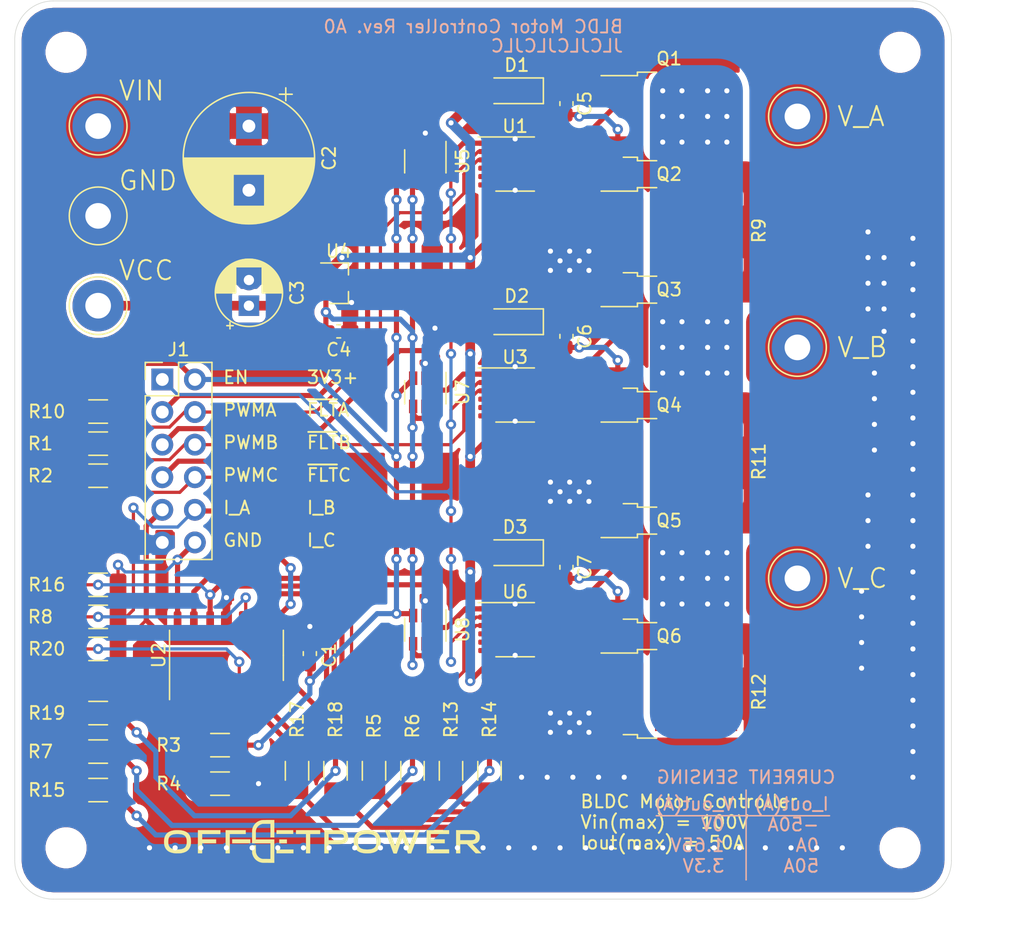
<source format=kicad_pcb>
(kicad_pcb (version 20171130) (host pcbnew "(5.1.10)-1")
  (layers (0 F.Cu signal) (31 B.Cu signal) (34 B.Paste user) (35 F.Paste user) (36 B.SilkS user) (37 F.SilkS user) (38 B.Mask user) (39 F.Mask user) (44 Edge.Cuts user))
  (net 0 "")
  (net 1 GND)
  (net 2 +3V3)
  (net 3 Vdrive)
  (net 4 VCC)
  (net 5 +5V)
  (net 6 "Net-(Q1-Pad1)")
  (net 7 "Net-(Q2-Pad1)")
  (net 8 "Net-(Q3-Pad1)")
  (net 9 "Net-(Q4-Pad1)")
  (net 10 "Net-(R3-Pad2)")
  (net 11 "Net-(R5-Pad1)")
  (net 12 "Net-(R6-Pad1)")
  (net 13 "Net-(U1-Pad9)")
  (net 14 "Net-(C5-Pad1)")
  (net 15 "Net-(C6-Pad1)")
  (net 16 EN)
  (net 17 CSR_A+)
  (net 18 CSR_B+)
  (net 19 CSR_C+)
  (net 20 "Net-(C7-Pad1)")
  (net 21 PWM_IN_C)
  (net 22 ~FLT~_B)
  (net 23 PWM_IN_B)
  (net 24 ~FLT~_A)
  (net 25 PWM_IN_A)
  (net 26 CSR_A-)
  (net 27 CSR_B-)
  (net 28 CSR_C-)
  (net 29 "Net-(Q5-Pad1)")
  (net 30 "Net-(Q6-Pad1)")
  (net 31 ~FLT~_C)
  (net 32 1V65_REF)
  (net 33 I_SENSE_B)
  (net 34 "Net-(R13-Pad1)")
  (net 35 "Net-(R14-Pad1)")
  (net 36 I_SENSE_C)
  (net 37 "Net-(R17-Pad1)")
  (net 38 "Net-(R18-Pad1)")
  (net 39 I_SENSE_A)
  (net 40 PWM_A)
  (net 41 "Net-(U3-Pad9)")
  (net 42 PWM_B)
  (net 43 "Net-(U6-Pad9)")
  (net 44 PWM_C)
  (module Project_Library:pcb_logo (layer F.Cu) (at 145 136.5)
    (fp_text reference G*** hide)
    (fp_text value LOGO hide)
  )
  (module Project_Library:CSS2H-3920K-2L00FE_Small_Outline (layer F.Cu) (at 183 125 270)
    (fp_text reference R12 (at -0.15 4 90) (layer F.SilkS))
    (fp_text value 2L)
    (pad 2 smd rect (at 4.15 0 270) (size 2.7 6.2) (layers F.Cu F.Paste F.Mask) (net 19 CSR_C+))
    (pad 1 smd rect (at -4.15 0 270) (size 2.7 6.2) (layers F.Cu F.Paste F.Mask) (net 28 CSR_C-))
  )
  (module Project_Library:CSS2H-3920K-2L00FE_Small_Outline (layer F.Cu) (at 183 107 270)
    (fp_text reference R11 (at -0.1 4 90) (layer F.SilkS))
    (fp_text value 2L)
    (pad 2 smd rect (at 4.15 0 270) (size 2.7 6.2) (layers F.Cu F.Paste F.Mask) (net 18 CSR_B+))
    (pad 1 smd rect (at -4.15 0 270) (size 2.7 6.2) (layers F.Cu F.Paste F.Mask) (net 27 CSR_B-))
  )
  (module Project_Library:CSS2H-3920K-2L00FE_Small_Outline (layer F.Cu) (at 183 89 270)
    (fp_text reference R9 (at -0.1 4 90) (layer F.SilkS))
    (fp_text value 2L)
    (pad 2 smd rect (at 4.15 0 270) (size 2.7 6.2) (layers F.Cu F.Paste F.Mask) (net 17 CSR_A+))
    (pad 1 smd rect (at -4.15 0 270) (size 2.7 6.2) (layers F.Cu F.Paste F.Mask) (net 26 CSR_A-))
  )
  (module Package_TO_SOT_SMD:SOT-23-6 (layer F.Cu) (at 153 120 270)
    (fp_text reference U8 (at 0 -2.9 90) (layer F.SilkS))
    (fp_text value PI4ULS5V201TAEX)
    (pad 5 smd rect (at 1.1 0 270) (size 1.06 0.65) (layers F.Cu F.Paste F.Mask) (net 44 PWM_C))
    (pad 6 smd rect (at 1.1 -0.95 270) (size 1.06 0.65) (layers F.Cu F.Paste F.Mask) (net 5 +5V))
    (pad 4 smd rect (at 1.1 0.95 270) (size 1.06 0.65) (layers F.Cu F.Paste F.Mask) (net 5 +5V))
    (pad 3 smd rect (at -1.1 0.95 270) (size 1.06 0.65) (layers F.Cu F.Paste F.Mask) (net 2 +3V3))
    (pad 2 smd rect (at -1.1 0 270) (size 1.06 0.65) (layers F.Cu F.Paste F.Mask) (net 1 GND))
    (pad 1 smd rect (at -1.1 -0.95 270) (size 1.06 0.65) (layers F.Cu F.Paste F.Mask) (net 21 PWM_IN_C))
  )
  (module Package_TO_SOT_SMD:SOT-23-6 (layer F.Cu) (at 153 101.5 270)
    (fp_text reference U7 (at 0 -2.9 90) (layer F.SilkS))
    (fp_text value PI4ULS5V201TAEX)
    (pad 5 smd rect (at 1.1 0 270) (size 1.06 0.65) (layers F.Cu F.Paste F.Mask) (net 42 PWM_B))
    (pad 6 smd rect (at 1.1 -0.95 270) (size 1.06 0.65) (layers F.Cu F.Paste F.Mask) (net 5 +5V))
    (pad 4 smd rect (at 1.1 0.95 270) (size 1.06 0.65) (layers F.Cu F.Paste F.Mask) (net 5 +5V))
    (pad 3 smd rect (at -1.1 0.95 270) (size 1.06 0.65) (layers F.Cu F.Paste F.Mask) (net 2 +3V3))
    (pad 2 smd rect (at -1.1 0 270) (size 1.06 0.65) (layers F.Cu F.Paste F.Mask) (net 1 GND))
    (pad 1 smd rect (at -1.1 -0.95 270) (size 1.06 0.65) (layers F.Cu F.Paste F.Mask) (net 23 PWM_IN_B))
  )
  (module Package_SO:MSOP-12-1EP_3x4mm_P0.65mm_EP1.65x2.85mm (layer F.Cu) (at 160 120)
    (fp_text reference U6 (at 0 -2.95) (layer F.SilkS))
    (fp_text value LTC7060IMSE)
    (pad 13 smd rect (at 0 0) (size 1.65 2.85) (layers F.Cu F.Mask) (net 1 GND))
    (pad 12 smd roundrect (at 2.15 -1.625) (size 1.45 0.4) (layers F.Cu F.Paste F.Mask) (net 20 "Net-(C7-Pad1)"))
    (pad 11 smd roundrect (at 2.15 -0.975) (size 1.45 0.4) (layers F.Cu F.Paste F.Mask) (net 29 "Net-(Q5-Pad1)"))
    (pad 10 smd roundrect (at 2.15 -0.325) (size 1.45 0.4) (layers F.Cu F.Paste F.Mask) (net 19 CSR_C+))
    (pad 9 smd roundrect (at 2.15 0.325) (size 1.45 0.4) (layers F.Cu F.Paste F.Mask) (net 43 "Net-(U6-Pad9)"))
    (pad 8 smd roundrect (at 2.15 0.975) (size 1.45 0.4) (layers F.Cu F.Paste F.Mask) (net 30 "Net-(Q6-Pad1)"))
    (pad 7 smd roundrect (at 2.15 1.625) (size 1.45 0.4) (layers F.Cu F.Paste F.Mask) (net 1 GND))
    (pad 6 smd roundrect (at -2.15 1.625) (size 1.45 0.4) (layers F.Cu F.Paste F.Mask) (net 4 VCC))
    (pad 5 smd roundrect (at -2.15 0.975) (size 1.45 0.4) (layers F.Cu F.Paste F.Mask) (net 4 VCC))
    (pad 4 smd roundrect (at -2.15 0.325) (size 1.45 0.4) (layers F.Cu F.Paste F.Mask) (net 1 GND))
    (pad 3 smd roundrect (at -2.15 -0.325) (size 1.45 0.4) (layers F.Cu F.Paste F.Mask) (net 31 ~FLT~_C))
    (pad 2 smd roundrect (at -2.15 -0.975) (size 1.45 0.4) (layers F.Cu F.Paste F.Mask) (net 16 EN))
    (pad 1 smd roundrect (at -2.15 -1.625) (size 1.45 0.4) (layers F.Cu F.Paste F.Mask) (net 44 PWM_C))
  )
  (module Package_TO_SOT_SMD:SOT-23-6 (layer F.Cu) (at 153 83.5 270)
    (fp_text reference U5 (at 0 -2.9 90) (layer F.SilkS))
    (fp_text value PI4ULS5V201TAEX)
    (pad 5 smd rect (at 1.1 0 270) (size 1.06 0.65) (layers F.Cu F.Paste F.Mask) (net 40 PWM_A))
    (pad 6 smd rect (at 1.1 -0.95 270) (size 1.06 0.65) (layers F.Cu F.Paste F.Mask) (net 5 +5V))
    (pad 4 smd rect (at 1.1 0.95 270) (size 1.06 0.65) (layers F.Cu F.Paste F.Mask) (net 5 +5V))
    (pad 3 smd rect (at -1.1 0.95 270) (size 1.06 0.65) (layers F.Cu F.Paste F.Mask) (net 2 +3V3))
    (pad 2 smd rect (at -1.1 0 270) (size 1.06 0.65) (layers F.Cu F.Paste F.Mask) (net 1 GND))
    (pad 1 smd rect (at -1.1 -0.95 270) (size 1.06 0.65) (layers F.Cu F.Paste F.Mask) (net 25 PWM_IN_A))
  )
  (module Package_TO_SOT_SMD:SOT-23 (layer F.Cu) (at 146.25 93)
    (fp_text reference U4 (at 0 -2.5) (layer F.SilkS))
    (fp_text value RT9064-50GV)
    (pad 3 smd rect (at 1 0) (size 0.9 0.8) (layers F.Cu F.Paste F.Mask) (net 1 GND))
    (pad 2 smd rect (at -1 0.95) (size 0.9 0.8) (layers F.Cu F.Paste F.Mask) (net 5 +5V))
    (pad 1 smd rect (at -1 -0.95) (size 0.9 0.8) (layers F.Cu F.Paste F.Mask) (net 4 VCC))
  )
  (module Package_SO:MSOP-12-1EP_3x4mm_P0.65mm_EP1.65x2.85mm (layer F.Cu) (at 160 101.71)
    (fp_text reference U3 (at 0 -2.95) (layer F.SilkS))
    (fp_text value LTC7060IMSE)
    (pad 13 smd rect (at 0 0) (size 1.65 2.85) (layers F.Cu F.Mask) (net 1 GND))
    (pad 12 smd roundrect (at 2.15 -1.625) (size 1.45 0.4) (layers F.Cu F.Paste F.Mask) (net 15 "Net-(C6-Pad1)"))
    (pad 11 smd roundrect (at 2.15 -0.975) (size 1.45 0.4) (layers F.Cu F.Paste F.Mask) (net 8 "Net-(Q3-Pad1)"))
    (pad 10 smd roundrect (at 2.15 -0.325) (size 1.45 0.4) (layers F.Cu F.Paste F.Mask) (net 18 CSR_B+))
    (pad 9 smd roundrect (at 2.15 0.325) (size 1.45 0.4) (layers F.Cu F.Paste F.Mask) (net 41 "Net-(U3-Pad9)"))
    (pad 8 smd roundrect (at 2.15 0.975) (size 1.45 0.4) (layers F.Cu F.Paste F.Mask) (net 9 "Net-(Q4-Pad1)"))
    (pad 7 smd roundrect (at 2.15 1.625) (size 1.45 0.4) (layers F.Cu F.Paste F.Mask) (net 1 GND))
    (pad 6 smd roundrect (at -2.15 1.625) (size 1.45 0.4) (layers F.Cu F.Paste F.Mask) (net 4 VCC))
    (pad 5 smd roundrect (at -2.15 0.975) (size 1.45 0.4) (layers F.Cu F.Paste F.Mask) (net 4 VCC))
    (pad 4 smd roundrect (at -2.15 0.325) (size 1.45 0.4) (layers F.Cu F.Paste F.Mask) (net 1 GND))
    (pad 3 smd roundrect (at -2.15 -0.325) (size 1.45 0.4) (layers F.Cu F.Paste F.Mask) (net 22 ~FLT~_B))
    (pad 2 smd roundrect (at -2.15 -0.975) (size 1.45 0.4) (layers F.Cu F.Paste F.Mask) (net 16 EN))
    (pad 1 smd roundrect (at -2.15 -1.625) (size 1.45 0.4) (layers F.Cu F.Paste F.Mask) (net 42 PWM_B))
  )
  (module Package_SO:SOIC-14_3.9x8.7mm_P1.27mm (layer F.Cu) (at 137.5 122 90)
    (fp_text reference U2 (at 0 -5.28 90) (layer F.SilkS))
    (fp_text value LM2902)
    (pad 14 smd roundrect (at 2.475 -3.81 90) (size 1.95 0.6) (layers F.Cu F.Paste F.Mask) (net 36 I_SENSE_C))
    (pad 13 smd roundrect (at 2.475 -2.54 90) (size 1.95 0.6) (layers F.Cu F.Paste F.Mask) (net 35 "Net-(R14-Pad1)"))
    (pad 12 smd roundrect (at 2.475 -1.27 90) (size 1.95 0.6) (layers F.Cu F.Paste F.Mask) (net 34 "Net-(R13-Pad1)"))
    (pad 11 smd roundrect (at 2.475 0 90) (size 1.95 0.6) (layers F.Cu F.Paste F.Mask) (net 1 GND))
    (pad 10 smd roundrect (at 2.475 1.27 90) (size 1.95 0.6) (layers F.Cu F.Paste F.Mask) (net 11 "Net-(R5-Pad1)"))
    (pad 9 smd roundrect (at 2.475 2.54 90) (size 1.95 0.6) (layers F.Cu F.Paste F.Mask) (net 12 "Net-(R6-Pad1)"))
    (pad 8 smd roundrect (at 2.475 3.81 90) (size 1.95 0.6) (layers F.Cu F.Paste F.Mask) (net 33 I_SENSE_B))
    (pad 7 smd roundrect (at -2.475 3.81 90) (size 1.95 0.6) (layers F.Cu F.Paste F.Mask) (net 39 I_SENSE_A))
    (pad 6 smd roundrect (at -2.475 2.54 90) (size 1.95 0.6) (layers F.Cu F.Paste F.Mask) (net 38 "Net-(R18-Pad1)"))
    (pad 5 smd roundrect (at -2.475 1.27 90) (size 1.95 0.6) (layers F.Cu F.Paste F.Mask) (net 37 "Net-(R17-Pad1)"))
    (pad 4 smd roundrect (at -2.475 0 90) (size 1.95 0.6) (layers F.Cu F.Paste F.Mask) (net 2 +3V3))
    (pad 3 smd roundrect (at -2.475 -1.27 90) (size 1.95 0.6) (layers F.Cu F.Paste F.Mask) (net 10 "Net-(R3-Pad2)"))
    (pad 2 smd roundrect (at -2.475 -2.54 90) (size 1.95 0.6) (layers F.Cu F.Paste F.Mask) (net 32 1V65_REF))
    (pad 1 smd roundrect (at -2.475 -3.81 90) (size 1.95 0.6) (layers F.Cu F.Paste F.Mask) (net 32 1V65_REF))
  )
  (module Package_SO:MSOP-12-1EP_3x4mm_P0.65mm_EP1.65x2.85mm (layer F.Cu) (at 160 83.71)
    (fp_text reference U1 (at 0 -2.95) (layer F.SilkS))
    (fp_text value LTC7060IMSE)
    (pad 13 smd rect (at 0 0) (size 1.65 2.85) (layers F.Cu F.Mask) (net 1 GND))
    (pad 12 smd roundrect (at 2.15 -1.625) (size 1.45 0.4) (layers F.Cu F.Paste F.Mask) (net 14 "Net-(C5-Pad1)"))
    (pad 11 smd roundrect (at 2.15 -0.975) (size 1.45 0.4) (layers F.Cu F.Paste F.Mask) (net 6 "Net-(Q1-Pad1)"))
    (pad 10 smd roundrect (at 2.15 -0.325) (size 1.45 0.4) (layers F.Cu F.Paste F.Mask) (net 17 CSR_A+))
    (pad 9 smd roundrect (at 2.15 0.325) (size 1.45 0.4) (layers F.Cu F.Paste F.Mask) (net 13 "Net-(U1-Pad9)"))
    (pad 8 smd roundrect (at 2.15 0.975) (size 1.45 0.4) (layers F.Cu F.Paste F.Mask) (net 7 "Net-(Q2-Pad1)"))
    (pad 7 smd roundrect (at 2.15 1.625) (size 1.45 0.4) (layers F.Cu F.Paste F.Mask) (net 1 GND))
    (pad 6 smd roundrect (at -2.15 1.625) (size 1.45 0.4) (layers F.Cu F.Paste F.Mask) (net 4 VCC))
    (pad 5 smd roundrect (at -2.15 0.975) (size 1.45 0.4) (layers F.Cu F.Paste F.Mask) (net 4 VCC))
    (pad 4 smd roundrect (at -2.15 0.325) (size 1.45 0.4) (layers F.Cu F.Paste F.Mask) (net 1 GND))
    (pad 3 smd roundrect (at -2.15 -0.325) (size 1.45 0.4) (layers F.Cu F.Paste F.Mask) (net 24 ~FLT~_A))
    (pad 2 smd roundrect (at -2.15 -0.975) (size 1.45 0.4) (layers F.Cu F.Paste F.Mask) (net 16 EN))
    (pad 1 smd roundrect (at -2.15 -1.625) (size 1.45 0.4) (layers F.Cu F.Paste F.Mask) (net 40 PWM_A))
  )
  (module Resistor_SMD:R_1206_3216Metric_Pad1.30x1.75mm_HandSolder (layer F.Cu) (at 127.5 121.5 180)
    (fp_text reference R20 (at 4 0) (layer F.SilkS))
    (fp_text value 17K4)
    (pad 2 smd roundrect (at 1.55 0 180) (size 1.3 1.75) (layers F.Cu F.Paste F.Mask) (roundrect_rratio 0.192308) (net 37 "Net-(R17-Pad1)"))
    (pad 1 smd roundrect (at -1.55 0 180) (size 1.3 1.75) (layers F.Cu F.Paste F.Mask) (roundrect_rratio 0.192308) (net 39 I_SENSE_A))
  )
  (module Resistor_SMD:R_1206_3216Metric_Pad1.30x1.75mm_HandSolder (layer F.Cu) (at 127.5 126.5)
    (fp_text reference R19 (at -4 0) (layer F.SilkS))
    (fp_text value 17K4)
    (pad 2 smd roundrect (at 1.55 0) (size 1.3 1.75) (layers F.Cu F.Paste F.Mask) (roundrect_rratio 0.192308) (net 38 "Net-(R18-Pad1)"))
    (pad 1 smd roundrect (at -1.55 0) (size 1.3 1.75) (layers F.Cu F.Paste F.Mask) (roundrect_rratio 0.192308) (net 32 1V65_REF))
  )
  (module Resistor_SMD:R_1206_3216Metric_Pad1.30x1.75mm_HandSolder (layer F.Cu) (at 146 131 270)
    (fp_text reference R18 (at -4 0 90) (layer F.SilkS))
    (fp_text value 1K)
    (pad 2 smd roundrect (at 1.55 0 270) (size 1.3 1.75) (layers F.Cu F.Paste F.Mask) (roundrect_rratio 0.192308) (net 17 CSR_A+))
    (pad 1 smd roundrect (at -1.55 0 270) (size 1.3 1.75) (layers F.Cu F.Paste F.Mask) (roundrect_rratio 0.192308) (net 38 "Net-(R18-Pad1)"))
  )
  (module Resistor_SMD:R_1206_3216Metric_Pad1.30x1.75mm_HandSolder (layer F.Cu) (at 143 131 270)
    (fp_text reference R17 (at -4 0 90) (layer F.SilkS))
    (fp_text value 1K)
    (pad 2 smd roundrect (at 1.55 0 270) (size 1.3 1.75) (layers F.Cu F.Paste F.Mask) (roundrect_rratio 0.192308) (net 26 CSR_A-))
    (pad 1 smd roundrect (at -1.55 0 270) (size 1.3 1.75) (layers F.Cu F.Paste F.Mask) (roundrect_rratio 0.192308) (net 37 "Net-(R17-Pad1)"))
  )
  (module Resistor_SMD:R_1206_3216Metric_Pad1.30x1.75mm_HandSolder (layer F.Cu) (at 127.5 116.5 180)
    (fp_text reference R16 (at 4 0) (layer F.SilkS))
    (fp_text value 17K4)
    (pad 2 smd roundrect (at 1.55 0 180) (size 1.3 1.75) (layers F.Cu F.Paste F.Mask) (roundrect_rratio 0.192308) (net 34 "Net-(R13-Pad1)"))
    (pad 1 smd roundrect (at -1.55 0 180) (size 1.3 1.75) (layers F.Cu F.Paste F.Mask) (roundrect_rratio 0.192308) (net 36 I_SENSE_C))
  )
  (module Resistor_SMD:R_1206_3216Metric_Pad1.30x1.75mm_HandSolder (layer F.Cu) (at 127.5 132.5)
    (fp_text reference R15 (at -4 0) (layer F.SilkS))
    (fp_text value 17K4)
    (pad 2 smd roundrect (at 1.55 0) (size 1.3 1.75) (layers F.Cu F.Paste F.Mask) (roundrect_rratio 0.192308) (net 35 "Net-(R14-Pad1)"))
    (pad 1 smd roundrect (at -1.55 0) (size 1.3 1.75) (layers F.Cu F.Paste F.Mask) (roundrect_rratio 0.192308) (net 32 1V65_REF))
  )
  (module Resistor_SMD:R_1206_3216Metric_Pad1.30x1.75mm_HandSolder (layer F.Cu) (at 158 131 270)
    (fp_text reference R14 (at -4 0 90) (layer F.SilkS))
    (fp_text value 1K)
    (pad 2 smd roundrect (at 1.55 0 270) (size 1.3 1.75) (layers F.Cu F.Paste F.Mask) (roundrect_rratio 0.192308) (net 19 CSR_C+))
    (pad 1 smd roundrect (at -1.55 0 270) (size 1.3 1.75) (layers F.Cu F.Paste F.Mask) (roundrect_rratio 0.192308) (net 35 "Net-(R14-Pad1)"))
  )
  (module Resistor_SMD:R_1206_3216Metric_Pad1.30x1.75mm_HandSolder (layer F.Cu) (at 155 131 270)
    (fp_text reference R13 (at -4 0 90) (layer F.SilkS))
    (fp_text value 1K)
    (pad 2 smd roundrect (at 1.55 0 270) (size 1.3 1.75) (layers F.Cu F.Paste F.Mask) (roundrect_rratio 0.192308) (net 28 CSR_C-))
    (pad 1 smd roundrect (at -1.55 0 270) (size 1.3 1.75) (layers F.Cu F.Paste F.Mask) (roundrect_rratio 0.192308) (net 34 "Net-(R13-Pad1)"))
  )
  (module Resistor_SMD:R_1206_3216Metric_Pad1.30x1.75mm_HandSolder (layer F.Cu) (at 127.5 103 180)
    (fp_text reference R10 (at 4 0) (layer F.SilkS))
    (fp_text value 51K)
    (pad 2 smd roundrect (at 1.55 0 180) (size 1.3 1.75) (layers F.Cu F.Paste F.Mask) (roundrect_rratio 0.192308) (net 2 +3V3))
    (pad 1 smd roundrect (at -1.55 0 180) (size 1.3 1.75) (layers F.Cu F.Paste F.Mask) (roundrect_rratio 0.192308) (net 24 ~FLT~_A))
  )
  (module Resistor_SMD:R_1206_3216Metric_Pad1.30x1.75mm_HandSolder (layer F.Cu) (at 127.5 119 180)
    (fp_text reference R8 (at 4.5 0) (layer F.SilkS))
    (fp_text value 17K4)
    (pad 2 smd roundrect (at 1.55 0 180) (size 1.3 1.75) (layers F.Cu F.Paste F.Mask) (roundrect_rratio 0.192308) (net 11 "Net-(R5-Pad1)"))
    (pad 1 smd roundrect (at -1.55 0 180) (size 1.3 1.75) (layers F.Cu F.Paste F.Mask) (roundrect_rratio 0.192308) (net 33 I_SENSE_B))
  )
  (module Resistor_SMD:R_1206_3216Metric_Pad1.30x1.75mm_HandSolder (layer F.Cu) (at 127.5 129.5)
    (fp_text reference R7 (at -4.5 0) (layer F.SilkS))
    (fp_text value 17K4)
    (pad 2 smd roundrect (at 1.55 0) (size 1.3 1.75) (layers F.Cu F.Paste F.Mask) (roundrect_rratio 0.192308) (net 12 "Net-(R6-Pad1)"))
    (pad 1 smd roundrect (at -1.55 0) (size 1.3 1.75) (layers F.Cu F.Paste F.Mask) (roundrect_rratio 0.192308) (net 32 1V65_REF))
  )
  (module Resistor_SMD:R_1206_3216Metric_Pad1.30x1.75mm_HandSolder (layer F.Cu) (at 152 131 270)
    (fp_text reference R6 (at -3.5 0 90) (layer F.SilkS))
    (fp_text value 1K)
    (pad 2 smd roundrect (at 1.55 0 270) (size 1.3 1.75) (layers F.Cu F.Paste F.Mask) (roundrect_rratio 0.192308) (net 18 CSR_B+))
    (pad 1 smd roundrect (at -1.55 0 270) (size 1.3 1.75) (layers F.Cu F.Paste F.Mask) (roundrect_rratio 0.192308) (net 12 "Net-(R6-Pad1)"))
  )
  (module Resistor_SMD:R_1206_3216Metric_Pad1.30x1.75mm_HandSolder (layer F.Cu) (at 149 131 270)
    (fp_text reference R5 (at -3.5 0 90) (layer F.SilkS))
    (fp_text value 1K)
    (pad 2 smd roundrect (at 1.55 0 270) (size 1.3 1.75) (layers F.Cu F.Paste F.Mask) (roundrect_rratio 0.192308) (net 27 CSR_B-))
    (pad 1 smd roundrect (at -1.55 0 270) (size 1.3 1.75) (layers F.Cu F.Paste F.Mask) (roundrect_rratio 0.192308) (net 11 "Net-(R5-Pad1)"))
  )
  (module Resistor_SMD:R_1206_3216Metric_Pad1.30x1.75mm_HandSolder (layer F.Cu) (at 137 132)
    (fp_text reference R4 (at -4 0) (layer F.SilkS))
    (fp_text value 100K)
    (pad 2 smd roundrect (at 1.55 0) (size 1.3 1.75) (layers F.Cu F.Paste F.Mask) (roundrect_rratio 0.192308) (net 1 GND))
    (pad 1 smd roundrect (at -1.55 0) (size 1.3 1.75) (layers F.Cu F.Paste F.Mask) (roundrect_rratio 0.192308) (net 10 "Net-(R3-Pad2)"))
  )
  (module Resistor_SMD:R_1206_3216Metric_Pad1.30x1.75mm_HandSolder (layer F.Cu) (at 137 129 180)
    (fp_text reference R3 (at 4 0) (layer F.SilkS))
    (fp_text value 100K)
    (pad 2 smd roundrect (at 1.55 0 180) (size 1.3 1.75) (layers F.Cu F.Paste F.Mask) (roundrect_rratio 0.192308) (net 10 "Net-(R3-Pad2)"))
    (pad 1 smd roundrect (at -1.55 0 180) (size 1.3 1.75) (layers F.Cu F.Paste F.Mask) (roundrect_rratio 0.192308) (net 2 +3V3))
  )
  (module Resistor_SMD:R_1206_3216Metric_Pad1.30x1.75mm_HandSolder (layer F.Cu) (at 127.5 108 180)
    (fp_text reference R2 (at 4.5 0) (layer F.SilkS))
    (fp_text value 51K)
    (pad 2 smd roundrect (at 1.55 0 180) (size 1.3 1.75) (layers F.Cu F.Paste F.Mask) (roundrect_rratio 0.192308) (net 2 +3V3))
    (pad 1 smd roundrect (at -1.55 0 180) (size 1.3 1.75) (layers F.Cu F.Paste F.Mask) (roundrect_rratio 0.192308) (net 31 ~FLT~_C))
  )
  (module Resistor_SMD:R_1206_3216Metric_Pad1.30x1.75mm_HandSolder (layer F.Cu) (at 127.5 105.5 180)
    (fp_text reference R1 (at 4.5 0) (layer F.SilkS))
    (fp_text value 51K)
    (pad 2 smd roundrect (at 1.55 0 180) (size 1.3 1.75) (layers F.Cu F.Paste F.Mask) (roundrect_rratio 0.192308) (net 2 +3V3))
    (pad 1 smd roundrect (at -1.55 0 180) (size 1.3 1.75) (layers F.Cu F.Paste F.Mask) (roundrect_rratio 0.192308) (net 22 ~FLT~_B))
  )
  (module Package_TO_SOT_SMD:TO-252-2 (layer F.Cu) (at 172 125)
    (fp_text reference Q6 (at 0 -4.5) (layer F.SilkS))
    (fp_text value FDD86250-F085‎)
    (pad 2 smd rect (at 2.1 0) (size 6.4 5.8) (layers F.Cu F.Mask) (net 19 CSR_C+))
    (pad 3 smd rect (at -4.2 2.28) (size 2.2 1.2) (layers F.Cu F.Paste F.Mask) (net 1 GND))
    (pad 1 smd rect (at -4.2 -2.28) (size 2.2 1.2) (layers F.Cu F.Paste F.Mask) (net 30 "Net-(Q6-Pad1)"))
  )
  (module Package_TO_SOT_SMD:TO-252-2 (layer F.Cu) (at 172 116)
    (fp_text reference Q5 (at 0 -4.5) (layer F.SilkS))
    (fp_text value FDD86250-F085‎)
    (pad 2 smd rect (at 2.1 0) (size 6.4 5.8) (layers F.Cu F.Mask) (net 3 Vdrive))
    (pad 3 smd rect (at -4.2 2.28) (size 2.2 1.2) (layers F.Cu F.Paste F.Mask) (net 19 CSR_C+))
    (pad 1 smd rect (at -4.2 -2.28) (size 2.2 1.2) (layers F.Cu F.Paste F.Mask) (net 29 "Net-(Q5-Pad1)"))
  )
  (module Package_TO_SOT_SMD:TO-252-2 (layer F.Cu) (at 172 107)
    (fp_text reference Q4 (at 0 -4.5) (layer F.SilkS))
    (fp_text value FDD86250-F085‎)
    (pad 2 smd rect (at 2.1 0) (size 6.4 5.8) (layers F.Cu F.Mask) (net 18 CSR_B+))
    (pad 3 smd rect (at -4.2 2.28) (size 2.2 1.2) (layers F.Cu F.Paste F.Mask) (net 1 GND))
    (pad 1 smd rect (at -4.2 -2.28) (size 2.2 1.2) (layers F.Cu F.Paste F.Mask) (net 9 "Net-(Q4-Pad1)"))
  )
  (module Package_TO_SOT_SMD:TO-252-2 (layer F.Cu) (at 172 98)
    (fp_text reference Q3 (at 0 -4.5) (layer F.SilkS))
    (fp_text value FDD86250-F085‎)
    (pad 2 smd rect (at 2.1 0) (size 6.4 5.8) (layers F.Cu F.Mask) (net 3 Vdrive))
    (pad 3 smd rect (at -4.2 2.28) (size 2.2 1.2) (layers F.Cu F.Paste F.Mask) (net 18 CSR_B+))
    (pad 1 smd rect (at -4.2 -2.28) (size 2.2 1.2) (layers F.Cu F.Paste F.Mask) (net 8 "Net-(Q3-Pad1)"))
  )
  (module Package_TO_SOT_SMD:TO-252-2 (layer F.Cu) (at 172 89)
    (fp_text reference Q2 (at 0 -4.5) (layer F.SilkS))
    (fp_text value FDD86250-F085‎)
    (pad 2 smd rect (at 2.1 0) (size 6.4 5.8) (layers F.Cu F.Mask) (net 17 CSR_A+))
    (pad 3 smd rect (at -4.2 2.28) (size 2.2 1.2) (layers F.Cu F.Paste F.Mask) (net 1 GND))
    (pad 1 smd rect (at -4.2 -2.28) (size 2.2 1.2) (layers F.Cu F.Paste F.Mask) (net 7 "Net-(Q2-Pad1)"))
  )
  (module Package_TO_SOT_SMD:TO-252-2 (layer F.Cu) (at 172 80)
    (fp_text reference Q1 (at 0 -4.5) (layer F.SilkS))
    (fp_text value FDD86250-F085‎)
    (pad 2 smd rect (at 2.1 0) (size 6.4 5.8) (layers F.Cu F.Mask) (net 3 Vdrive))
    (pad 3 smd rect (at -4.2 2.28) (size 2.2 1.2) (layers F.Cu F.Paste F.Mask) (net 17 CSR_A+))
    (pad 1 smd rect (at -4.2 -2.28) (size 2.2 1.2) (layers F.Cu F.Paste F.Mask) (net 6 "Net-(Q1-Pad1)"))
  )
  (module TestPoint:TestPoint_THTPad_D4.0mm_Drill2.0mm (layer F.Cu) (at 182 116)
    (fp_text reference J7 hide)
    (fp_text value PowerTab)
    (pad 1 thru_hole circle (at 0 0) (size 4 4) (drill 2) (layers *.Cu *.Mask) (net 28 CSR_C-))
  )
  (module TestPoint:TestPoint_THTPad_D4.0mm_Drill2.0mm (layer F.Cu) (at 182 98)
    (fp_text reference J6 hide)
    (fp_text value PowerTab)
    (pad 1 thru_hole circle (at 0 0) (size 4 4) (drill 2) (layers *.Cu *.Mask) (net 27 CSR_B-))
  )
  (module TestPoint:TestPoint_THTPad_D4.0mm_Drill2.0mm (layer F.Cu) (at 182 80)
    (fp_text reference J5 hide)
    (fp_text value PowerTab)
    (pad 1 thru_hole circle (at 0 0) (size 4 4) (drill 2) (layers *.Cu *.Mask) (net 26 CSR_A-))
  )
  (module TestPoint:TestPoint_THTPad_D4.0mm_Drill2.0mm (layer F.Cu) (at 127.5 87.75)
    (fp_text reference J4 hide)
    (fp_text value PowerTab)
    (pad 1 thru_hole circle (at 0 0) (size 4 4) (drill 2) (layers *.Cu *.Mask) (net 1 GND))
  )
  (module TestPoint:TestPoint_THTPad_D4.0mm_Drill2.0mm (layer F.Cu) (at 127.5 94.75)
    (fp_text reference J3 hide)
    (fp_text value PowerTab)
    (pad 1 thru_hole circle (at 0 0) (size 4 4) (drill 2) (layers *.Cu *.Mask) (net 4 VCC))
  )
  (module TestPoint:TestPoint_THTPad_D4.0mm_Drill2.0mm (layer F.Cu) (at 127.5 80.75)
    (fp_text reference J2 hide)
    (fp_text value PowerTab)
    (pad 1 thru_hole circle (at 0 0) (size 4 4) (drill 2) (layers *.Cu *.Mask) (net 3 Vdrive))
  )
  (module Connector_PinHeader_2.54mm:PinHeader_2x06_P2.54mm_Vertical (layer F.Cu) (at 132.5 100.5)
    (fp_text reference J1 (at 1.27 -2.33) (layer F.SilkS))
    (fp_text value I/O)
    (pad 12 thru_hole oval (at 2.54 12.7) (size 1.7 1.7) (drill 1) (layers *.Cu *.Mask) (net 36 I_SENSE_C))
    (pad 11 thru_hole oval (at 0 12.7) (size 1.7 1.7) (drill 1) (layers *.Cu *.Mask) (net 1 GND))
    (pad 10 thru_hole oval (at 2.54 10.16) (size 1.7 1.7) (drill 1) (layers *.Cu *.Mask) (net 33 I_SENSE_B))
    (pad 9 thru_hole oval (at 0 10.16) (size 1.7 1.7) (drill 1) (layers *.Cu *.Mask) (net 39 I_SENSE_A))
    (pad 8 thru_hole oval (at 2.54 7.62) (size 1.7 1.7) (drill 1) (layers *.Cu *.Mask) (net 31 ~FLT~_C))
    (pad 7 thru_hole oval (at 0 7.62) (size 1.7 1.7) (drill 1) (layers *.Cu *.Mask) (net 21 PWM_IN_C))
    (pad 6 thru_hole oval (at 2.54 5.08) (size 1.7 1.7) (drill 1) (layers *.Cu *.Mask) (net 22 ~FLT~_B))
    (pad 5 thru_hole oval (at 0 5.08) (size 1.7 1.7) (drill 1) (layers *.Cu *.Mask) (net 23 PWM_IN_B))
    (pad 4 thru_hole oval (at 2.54 2.54) (size 1.7 1.7) (drill 1) (layers *.Cu *.Mask) (net 24 ~FLT~_A))
    (pad 3 thru_hole oval (at 0 2.54) (size 1.7 1.7) (drill 1) (layers *.Cu *.Mask) (net 25 PWM_IN_A))
    (pad 2 thru_hole oval (at 2.54 0) (size 1.7 1.7) (drill 1) (layers *.Cu *.Mask) (net 2 +3V3))
    (pad 1 thru_hole rect (at 0 0) (size 1.7 1.7) (drill 1) (layers *.Cu *.Mask) (net 16 EN))
  )
  (module MountingHole:MountingHole_2.2mm_M2 (layer F.Cu) (at 190 137)
    (fp_text reference H4 hide)
    (fp_text value MountingHole)
    (pad 1 np_thru_hole circle (at 0 0) (size 2.2 2.2) (drill 2.2) (layers *.Cu *.Mask))
  )
  (module MountingHole:MountingHole_2.2mm_M2 (layer F.Cu) (at 125 137)
    (fp_text reference H3 hide)
    (fp_text value MountingHole)
    (pad 1 np_thru_hole circle (at 0 0) (size 2.2 2.2) (drill 2.2) (layers *.Cu *.Mask))
  )
  (module MountingHole:MountingHole_2.2mm_M2 (layer F.Cu) (at 125 75)
    (fp_text reference H2 hide)
    (fp_text value MountingHole)
    (pad 1 np_thru_hole circle (at 0 0) (size 2.2 2.2) (drill 2.2) (layers *.Cu *.Mask))
  )
  (module MountingHole:MountingHole_2.2mm_M2 (layer F.Cu) (at 190 75)
    (fp_text reference H1 hide)
    (fp_text value MountingHole)
    (pad 1 np_thru_hole circle (at 0 0) (size 2.2 2.2) (drill 2.2) (layers *.Cu *.Mask))
  )
  (module Diode_SMD:D_SOD-123F (layer F.Cu) (at 160 114 180)
    (fp_text reference D3 (at 0 2) (layer F.SilkS))
    (fp_text value D_Schottky)
    (pad 2 smd rect (at 1.4 0 180) (size 1.1 1.1) (layers F.Cu F.Paste F.Mask) (net 4 VCC))
    (pad 1 smd rect (at -1.4 0 180) (size 1.1 1.1) (layers F.Cu F.Paste F.Mask) (net 20 "Net-(C7-Pad1)"))
  )
  (module Diode_SMD:D_SOD-123F (layer F.Cu) (at 160 96 180)
    (fp_text reference D2 (at -0.127 2) (layer F.SilkS))
    (fp_text value D_Schottky)
    (pad 2 smd rect (at 1.4 0 180) (size 1.1 1.1) (layers F.Cu F.Paste F.Mask) (net 4 VCC))
    (pad 1 smd rect (at -1.4 0 180) (size 1.1 1.1) (layers F.Cu F.Paste F.Mask) (net 15 "Net-(C6-Pad1)"))
  )
  (module Diode_SMD:D_SOD-123F (layer F.Cu) (at 160 78 180)
    (fp_text reference D1 (at -0.127 2) (layer F.SilkS))
    (fp_text value D_Schottky)
    (pad 2 smd rect (at 1.4 0 180) (size 1.1 1.1) (layers F.Cu F.Paste F.Mask) (net 4 VCC))
    (pad 1 smd rect (at -1.4 0 180) (size 1.1 1.1) (layers F.Cu F.Paste F.Mask) (net 14 "Net-(C5-Pad1)"))
  )
  (module Capacitor_SMD:C_0603_1608Metric_Pad1.08x0.95mm_HandSolder (layer F.Cu) (at 164 115.1375 270)
    (fp_text reference C7 (at 0 -1.43 90) (layer F.SilkS))
    (fp_text value 220N)
    (pad 2 smd roundrect (at 0.8625 0 270) (size 1.075 0.95) (layers F.Cu F.Paste F.Mask) (net 19 CSR_C+))
    (pad 1 smd roundrect (at -0.8625 0 270) (size 1.075 0.95) (layers F.Cu F.Paste F.Mask) (net 20 "Net-(C7-Pad1)"))
  )
  (module Capacitor_SMD:C_0603_1608Metric_Pad1.08x0.95mm_HandSolder (layer F.Cu) (at 164 97.1375 270)
    (fp_text reference C6 (at 0 -1.43 90) (layer F.SilkS))
    (fp_text value 220N)
    (pad 2 smd roundrect (at 0.8625 0 270) (size 1.075 0.95) (layers F.Cu F.Paste F.Mask) (net 18 CSR_B+))
    (pad 1 smd roundrect (at -0.8625 0 270) (size 1.075 0.95) (layers F.Cu F.Paste F.Mask) (net 15 "Net-(C6-Pad1)"))
  )
  (module Capacitor_SMD:C_0603_1608Metric_Pad1.08x0.95mm_HandSolder (layer F.Cu) (at 164 79 270)
    (fp_text reference C5 (at 0 -1.43 90) (layer F.SilkS))
    (fp_text value 220N)
    (pad 2 smd roundrect (at 0.8625 0 270) (size 1.075 0.95) (layers F.Cu F.Paste F.Mask) (net 17 CSR_A+))
    (pad 1 smd roundrect (at -0.8625 0 270) (size 1.075 0.95) (layers F.Cu F.Paste F.Mask) (net 14 "Net-(C5-Pad1)"))
  )
  (module Capacitor_SMD:C_0603_1608Metric_Pad1.08x0.95mm_HandSolder (layer F.Cu) (at 146.25 96.75 180)
    (fp_text reference C4 (at 0 -1.43) (layer F.SilkS))
    (fp_text value 100N)
    (pad 2 smd roundrect (at 0.8625 0 180) (size 1.075 0.95) (layers F.Cu F.Paste F.Mask) (net 5 +5V))
    (pad 1 smd roundrect (at -0.8625 0 180) (size 1.075 0.95) (layers F.Cu F.Paste F.Mask) (net 1 GND))
  )
  (module Capacitor_THT:CP_Radial_D5.0mm_P2.00mm (layer F.Cu) (at 139.25 94.75 90)
    (fp_text reference C3 (at 1 3.75 90) (layer F.SilkS))
    (fp_text value 10U)
    (pad 2 thru_hole circle (at 2 0 90) (size 1.6 1.6) (drill 0.8) (layers *.Cu *.Mask) (net 1 GND))
    (pad 1 thru_hole rect (at 0 0 90) (size 1.6 1.6) (drill 0.8) (layers *.Cu *.Mask) (net 4 VCC))
  )
  (module Capacitor_THT:CP_Radial_D10.0mm_P5.00mm (layer F.Cu) (at 139.25 80.75 270)
    (fp_text reference C2 (at 2.5 -6.25 90) (layer F.SilkS))
    (fp_text value 100U)
    (pad 2 thru_hole circle (at 5 0 270) (size 2 2) (drill 1) (layers *.Cu *.Mask) (net 1 GND))
    (pad 1 thru_hole rect (at 0 0 270) (size 2 2) (drill 1) (layers *.Cu *.Mask) (net 3 Vdrive))
  )
  (module Capacitor_SMD:C_0603_1608Metric_Pad1.08x0.95mm_HandSolder (layer F.Cu) (at 144 121.8625 90)
    (fp_text reference C1 (at -0.1375 1.5 90) (layer F.SilkS))
    (fp_text value 100N)
    (pad 2 smd roundrect (at 0.8625 0 90) (size 1.075 0.95) (layers F.Cu F.Paste F.Mask) (net 1 GND))
    (pad 1 smd roundrect (at -0.8625 0 90) (size 1.075 0.95) (layers F.Cu F.Paste F.Mask) (net 2 +3V3))
  )
  (gr_line (start 178 132.5) (end 178 139.5) (layer B.SilkS) (width 0.12))
  (gr_line (start 184.5 134.5) (end 171 134.5) (layer B.SilkS) (width 0.12))
  (gr_text "V_out(A)\n 0V\n 1.65V\n 3.3V" (at 177.159524 136) (layer B.SilkS) (effects (font (size 1 1)) (justify left mirror)))
  (gr_text "I_out(A)\n -50A\n 0A\n 50A" (at 184.540476 136) (layer B.SilkS) (effects (font (size 1 1)) (justify left mirror)))
  (gr_text "CURRENT SENSING" (at 178 131.5) (layer B.SilkS) (effects (font (size 1 1)) (justify mirror)))
  (gr_text JLCJLCJLCJLC (at 168.5 74.5) (layer B.SilkS) (effects (font (size 1 1)) (justify left mirror)))
  (gr_text "BLDC Motor Controller Rev. A0" (at 168.5 73) (layer B.SilkS) (effects (font (size 1 1)) (justify left mirror)))
  (gr_text "BLDC Motor Controller\nVin(max) = 100V\nIout(max) = 50A" (at 165 135) (layer F.SilkS) (effects (font (size 1 1)) (justify left)))
  (gr_text V_C (at 185 116) (layer F.SilkS) (effects (font (size 1.5 1.5)) (justify left)))
  (gr_text V_B (at 185 98) (layer F.SilkS) (effects (font (size 1.5 1.5)) (justify left)))
  (gr_text V_A (at 185 80) (layer F.SilkS) (effects (font (size 1.5 1.5)) (justify left)))
  (gr_text VCC (at 129 92) (layer F.SilkS) (effects (font (size 1.5 1.5)) (justify left)))
  (gr_text GND (at 129 85) (layer F.SilkS) (effects (font (size 1.5 1.5)) (justify left)))
  (gr_text VIN (at 129 78) (layer F.SilkS) (effects (font (size 1.5 1.5)) (justify left)))
  (gr_text I_C (at 143.68 113.03) (layer F.SilkS) (effects (font (size 1 1)) (justify left)))
  (gr_text GND (at 137.16 113.03) (layer F.SilkS) (effects (font (size 1 1)) (justify left)))
  (gr_text I_B (at 143.68 110.49) (layer F.SilkS) (effects (font (size 1 1)) (justify left)))
  (gr_text I_A (at 137.16 110.49) (layer F.SilkS) (effects (font (size 1 1)) (justify left)))
  (gr_text ~FLT~C (at 143.68 107.95) (layer F.SilkS) (effects (font (size 1 1)) (justify left)))
  (gr_text PWMC (at 137.16 107.95) (layer F.SilkS) (effects (font (size 1 1)) (justify left)))
  (gr_text ~FLT~B (at 143.68 105.41) (layer F.SilkS) (effects (font (size 1 1)) (justify left)))
  (gr_text PWMB (at 137.16 105.41) (layer F.SilkS) (effects (font (size 1 1)) (justify left)))
  (gr_text ~FLT~A (at 143.68 102.87) (layer F.SilkS) (effects (font (size 1 1)) (justify left)))
  (gr_text PWMA (at 137.16 102.87) (layer F.SilkS) (effects (font (size 1 1)) (justify left)))
  (gr_text 3V3+ (at 143.68 100.33) (layer F.SilkS) (effects (font (size 1 1)) (justify left)))
  (gr_text EN (at 137.16 100.33) (layer F.SilkS) (effects (font (size 1 1)) (justify left)))
  (gr_arc (start 191 74) (end 194 74) (angle -90) (layer Edge.Cuts) (width 0.05))
  (gr_arc (start 191 138) (end 191 141) (angle -90) (layer Edge.Cuts) (width 0.05))
  (gr_arc (start 124 138) (end 121 138) (angle -90) (layer Edge.Cuts) (width 0.05))
  (gr_arc (start 124 74) (end 124 71) (angle -90) (layer Edge.Cuts) (width 0.05))
  (gr_line (start 191 71) (end 124 71) (layer Edge.Cuts) (width 0.05))
  (gr_line (start 194 138) (end 194 74) (layer Edge.Cuts) (width 0.05))
  (gr_line (start 124 141) (end 191 141) (layer Edge.Cuts) (width 0.05))
  (gr_line (start 121 74) (end 121 138) (layer Edge.Cuts) (width 0.05))
  (via (at 153 81.3) (size 0.8) (drill 0.4) (layers F.Cu B.Cu) (net 1))
  (segment (start 153 82.4) (end 153 81.3) (width 0.4) (layer F.Cu) (net 1))
  (via (at 153 99.25) (size 0.8) (drill 0.4) (layers F.Cu B.Cu) (net 1))
  (segment (start 153 100.4) (end 153 99.25) (width 0.4) (layer F.Cu) (net 1))
  (via (at 153 117.75) (size 0.8) (drill 0.4) (layers F.Cu B.Cu) (net 1))
  (segment (start 153 118.9) (end 153 117.75) (width 0.4) (layer F.Cu) (net 1))
  (via (at 144 119.75) (size 0.8) (drill 0.4) (layers F.Cu B.Cu) (net 1))
  (segment (start 144 121) (end 144 119.75) (width 0.4) (layer F.Cu) (net 1))
  (via (at 137.5 117.5) (size 0.8) (drill 0.4) (layers F.Cu B.Cu) (net 1))
  (segment (start 137.5 119.525) (end 137.5 117.5) (width 0.4) (layer F.Cu) (net 1))
  (via (at 140 132) (size 0.8) (drill 0.4) (layers F.Cu B.Cu) (net 1))
  (segment (start 138.55 132) (end 140 132) (width 0.4) (layer F.Cu) (net 1))
  (segment (start 159.675 120.325) (end 160 120) (width 0.4) (layer F.Cu) (net 1))
  (segment (start 157.85 120.325) (end 159.675 120.325) (width 0.4) (layer F.Cu) (net 1))
  (segment (start 160 120.257124) (end 160 120) (width 0.4) (layer F.Cu) (net 1))
  (segment (start 161.367876 121.625) (end 160 120.257124) (width 0.4) (layer F.Cu) (net 1))
  (segment (start 162.15 121.625) (end 161.367876 121.625) (width 0.4) (layer F.Cu) (net 1))
  (via (at 160 122) (size 0.8) (drill 0.4) (layers F.Cu B.Cu) (net 1))
  (segment (start 160 120) (end 160 122) (width 0.4) (layer F.Cu) (net 1))
  (via (at 160 118) (size 0.8) (drill 0.4) (layers F.Cu B.Cu) (net 1))
  (segment (start 160 120) (end 160 118) (width 0.4) (layer F.Cu) (net 1))
  (via (at 160 99.5) (size 0.8) (drill 0.4) (layers F.Cu B.Cu) (net 1))
  (segment (start 160 101.71) (end 160 99.5) (width 0.4) (layer F.Cu) (net 1))
  (via (at 160 103.75) (size 0.8) (drill 0.4) (layers F.Cu B.Cu) (net 1))
  (segment (start 160 101.71) (end 160 103.75) (width 0.4) (layer F.Cu) (net 1))
  (segment (start 160 101.967124) (end 160 101.71) (width 0.4) (layer F.Cu) (net 1))
  (segment (start 161.367876 103.335) (end 160 101.967124) (width 0.4) (layer F.Cu) (net 1))
  (segment (start 162.15 103.335) (end 161.367876 103.335) (width 0.4) (layer F.Cu) (net 1))
  (segment (start 159.675 102.035) (end 160 101.71) (width 0.4) (layer F.Cu) (net 1))
  (segment (start 157.85 102.035) (end 159.675 102.035) (width 0.4) (layer F.Cu) (net 1))
  (via (at 160 81.75) (size 0.8) (drill 0.4) (layers F.Cu B.Cu) (net 1))
  (segment (start 160 83.71) (end 160 81.75) (width 0.4) (layer F.Cu) (net 1))
  (via (at 160 85.75) (size 0.8) (drill 0.4) (layers F.Cu B.Cu) (net 1))
  (segment (start 160 83.71) (end 160 85.75) (width 0.4) (layer F.Cu) (net 1))
  (segment (start 159.675 84.035) (end 160 83.71) (width 0.4) (layer F.Cu) (net 1))
  (segment (start 157.85 84.035) (end 159.675 84.035) (width 0.4) (layer F.Cu) (net 1))
  (segment (start 160 83.967124) (end 160 83.71) (width 0.4) (layer F.Cu) (net 1))
  (segment (start 161.367876 85.335) (end 160 83.967124) (width 0.4) (layer F.Cu) (net 1))
  (segment (start 162.15 85.335) (end 161.367876 85.335) (width 0.4) (layer F.Cu) (net 1))
  (via (at 165.75 90.5) (size 0.8) (drill 0.4) (layers F.Cu B.Cu) (net 1))
  (via (at 165.75 92) (size 0.8) (drill 0.4) (layers F.Cu B.Cu) (net 1))
  (via (at 164.25 92) (size 0.8) (drill 0.4) (layers F.Cu B.Cu) (net 1))
  (via (at 164.25 90.5) (size 0.8) (drill 0.4) (layers F.Cu B.Cu) (net 1))
  (via (at 165 91.25) (size 0.8) (drill 0.4) (layers F.Cu B.Cu) (net 1))
  (via (at 164.25 108.5) (size 0.8) (drill 0.4) (layers F.Cu B.Cu) (net 1))
  (via (at 165.75 108.5) (size 0.8) (drill 0.4) (layers F.Cu B.Cu) (net 1))
  (via (at 165 109.25) (size 0.8) (drill 0.4) (layers F.Cu B.Cu) (net 1))
  (via (at 165.75 110) (size 0.8) (drill 0.4) (layers F.Cu B.Cu) (net 1))
  (via (at 164.25 110) (size 0.8) (drill 0.4) (layers F.Cu B.Cu) (net 1))
  (via (at 164.25 126.5) (size 0.8) (drill 0.4) (layers F.Cu B.Cu) (net 1))
  (via (at 165.75 126.5) (size 0.8) (drill 0.4) (layers F.Cu B.Cu) (net 1))
  (via (at 165 127.25) (size 0.8) (drill 0.4) (layers F.Cu B.Cu) (net 1))
  (via (at 165.75 128) (size 0.8) (drill 0.4) (layers F.Cu B.Cu) (net 1))
  (via (at 164.25 128) (size 0.8) (drill 0.4) (layers F.Cu B.Cu) (net 1))
  (via (at 153.75 96.5) (size 0.8) (drill 0.4) (layers F.Cu B.Cu) (net 1))
  (segment (start 153 99.25) (end 153 97.25) (width 0.4) (layer B.Cu) (net 1))
  (segment (start 153 97.25) (end 153.75 96.5) (width 0.4) (layer B.Cu) (net 1))
  (segment (start 147.1125 94.6375) (end 147.25 94.5) (width 0.4) (layer F.Cu) (net 1))
  (segment (start 147.1125 96.75) (end 147.1125 94.6375) (width 0.4) (layer F.Cu) (net 1))
  (segment (start 147.25 93) (end 147.25 94.5) (width 0.4) (layer F.Cu) (net 1))
  (via (at 147.25 94.5) (size 0.8) (drill 0.4) (layers F.Cu B.Cu) (net 1))
  (via (at 187 117) (size 0.8) (drill 0.4) (layers F.Cu B.Cu) (net 1))
  (via (at 187 119) (size 0.8) (drill 0.4) (layers F.Cu B.Cu) (net 1))
  (via (at 187 121) (size 0.8) (drill 0.4) (layers F.Cu B.Cu) (net 1))
  (via (at 187 123) (size 0.8) (drill 0.4) (layers F.Cu B.Cu) (net 1))
  (via (at 187.5 113.5) (size 0.8) (drill 0.4) (layers F.Cu B.Cu) (net 1))
  (via (at 187.5 111.5) (size 0.8) (drill 0.4) (layers F.Cu B.Cu) (net 1))
  (via (at 187.5 109.5) (size 0.8) (drill 0.4) (layers F.Cu B.Cu) (net 1))
  (via (at 188 106) (size 0.8) (drill 0.4) (layers F.Cu B.Cu) (net 1))
  (via (at 188 104) (size 0.8) (drill 0.4) (layers F.Cu B.Cu) (net 1))
  (via (at 188 102) (size 0.8) (drill 0.4) (layers F.Cu B.Cu) (net 1))
  (via (at 188 100) (size 0.8) (drill 0.4) (layers F.Cu B.Cu) (net 1))
  (via (at 188.75 96.75) (size 0.8) (drill 0.4) (layers F.Cu B.Cu) (net 1))
  (via (at 188.75 95) (size 0.8) (drill 0.4) (layers F.Cu B.Cu) (net 1))
  (via (at 188.75 93) (size 0.8) (drill 0.4) (layers F.Cu B.Cu) (net 1))
  (via (at 188.75 91) (size 0.8) (drill 0.4) (layers F.Cu B.Cu) (net 1))
  (via (at 187.5 93) (size 0.8) (drill 0.4) (layers F.Cu B.Cu) (net 1))
  (via (at 187.5 91) (size 0.8) (drill 0.4) (layers F.Cu B.Cu) (net 1))
  (via (at 187.5 95) (size 0.8) (drill 0.4) (layers F.Cu B.Cu) (net 1))
  (via (at 187.5 89) (size 0.8) (drill 0.4) (layers F.Cu B.Cu) (net 1))
  (via (at 191 131.5) (size 0.8) (drill 0.4) (layers F.Cu B.Cu) (net 1))
  (via (at 191 129.5) (size 0.8) (drill 0.4) (layers F.Cu B.Cu) (net 1))
  (via (at 191 125.5) (size 0.8) (drill 0.4) (layers F.Cu B.Cu) (net 1))
  (via (at 191 127.5) (size 0.8) (drill 0.4) (layers F.Cu B.Cu) (net 1))
  (via (at 191 121.5) (size 0.8) (drill 0.4) (layers F.Cu B.Cu) (net 1))
  (via (at 191 123.5) (size 0.8) (drill 0.4) (layers F.Cu B.Cu) (net 1))
  (via (at 191 117.5) (size 0.8) (drill 0.4) (layers F.Cu B.Cu) (net 1))
  (via (at 191 119.5) (size 0.8) (drill 0.4) (layers F.Cu B.Cu) (net 1))
  (via (at 191 107.5) (size 0.8) (drill 0.4) (layers F.Cu B.Cu) (net 1))
  (via (at 191 113.5) (size 0.8) (drill 0.4) (layers F.Cu B.Cu) (net 1))
  (via (at 191 105.5) (size 0.8) (drill 0.4) (layers F.Cu B.Cu) (net 1))
  (via (at 191 103.5) (size 0.8) (drill 0.4) (layers F.Cu B.Cu) (net 1))
  (via (at 191 101.5) (size 0.8) (drill 0.4) (layers F.Cu B.Cu) (net 1))
  (via (at 191 115.5) (size 0.8) (drill 0.4) (layers F.Cu B.Cu) (net 1))
  (via (at 191 109.5) (size 0.8) (drill 0.4) (layers F.Cu B.Cu) (net 1))
  (via (at 191 111.5) (size 0.8) (drill 0.4) (layers F.Cu B.Cu) (net 1))
  (via (at 191 91.5) (size 0.8) (drill 0.4) (layers F.Cu B.Cu) (net 1))
  (via (at 191 97.5) (size 0.8) (drill 0.4) (layers F.Cu B.Cu) (net 1))
  (via (at 191 99.5) (size 0.8) (drill 0.4) (layers F.Cu B.Cu) (net 1))
  (via (at 191 93.5) (size 0.8) (drill 0.4) (layers F.Cu B.Cu) (net 1))
  (via (at 191 95.5) (size 0.8) (drill 0.4) (layers F.Cu B.Cu) (net 1))
  (via (at 191 89.5) (size 0.8) (drill 0.4) (layers F.Cu B.Cu) (net 1))
  (via (at 177.5 137) (size 0.8) (drill 0.4) (layers F.Cu B.Cu) (net 1))
  (via (at 183.5 137) (size 0.8) (drill 0.4) (layers F.Cu B.Cu) (net 1))
  (via (at 175.5 137) (size 0.8) (drill 0.4) (layers F.Cu B.Cu) (net 1))
  (via (at 173.5 137) (size 0.8) (drill 0.4) (layers F.Cu B.Cu) (net 1))
  (via (at 171.5 137) (size 0.8) (drill 0.4) (layers F.Cu B.Cu) (net 1))
  (via (at 185.5 137) (size 0.8) (drill 0.4) (layers F.Cu B.Cu) (net 1))
  (via (at 179.5 137) (size 0.8) (drill 0.4) (layers F.Cu B.Cu) (net 1))
  (via (at 181.5 137) (size 0.8) (drill 0.4) (layers F.Cu B.Cu) (net 1))
  (via (at 155.5 137) (size 0.8) (drill 0.4) (layers F.Cu B.Cu) (net 1))
  (via (at 169.5 137) (size 0.8) (drill 0.4) (layers F.Cu B.Cu) (net 1))
  (via (at 157.5 137) (size 0.8) (drill 0.4) (layers F.Cu B.Cu) (net 1))
  (via (at 167.5 137) (size 0.8) (drill 0.4) (layers F.Cu B.Cu) (net 1))
  (via (at 163.5 137) (size 0.8) (drill 0.4) (layers F.Cu B.Cu) (net 1))
  (via (at 161.5 137) (size 0.8) (drill 0.4) (layers F.Cu B.Cu) (net 1))
  (via (at 159.5 137) (size 0.8) (drill 0.4) (layers F.Cu B.Cu) (net 1))
  (via (at 165.5 137) (size 0.8) (drill 0.4) (layers F.Cu B.Cu) (net 1))
  (via (at 141.5 137) (size 0.8) (drill 0.4) (layers F.Cu B.Cu) (net 1))
  (via (at 147.5 137) (size 0.8) (drill 0.4) (layers F.Cu B.Cu) (net 1))
  (via (at 143.5 137) (size 0.8) (drill 0.4) (layers F.Cu B.Cu) (net 1))
  (via (at 139.5 137) (size 0.8) (drill 0.4) (layers F.Cu B.Cu) (net 1))
  (via (at 153.5 137) (size 0.8) (drill 0.4) (layers F.Cu B.Cu) (net 1))
  (via (at 145.5 137) (size 0.8) (drill 0.4) (layers F.Cu B.Cu) (net 1))
  (via (at 149.5 137) (size 0.8) (drill 0.4) (layers F.Cu B.Cu) (net 1))
  (via (at 151.5 137) (size 0.8) (drill 0.4) (layers F.Cu B.Cu) (net 1))
  (via (at 137.5 137) (size 0.8) (drill 0.4) (layers F.Cu B.Cu) (net 1))
  (via (at 131.5 137) (size 0.8) (drill 0.4) (layers F.Cu B.Cu) (net 1))
  (via (at 135.5 137) (size 0.8) (drill 0.4) (layers F.Cu B.Cu) (net 1))
  (via (at 133.5 137) (size 0.8) (drill 0.4) (layers F.Cu B.Cu) (net 1))
  (via (at 160.5 131.5) (size 0.8) (drill 0.4) (layers F.Cu B.Cu) (net 1))
  (via (at 166.5 131.5) (size 0.8) (drill 0.4) (layers F.Cu B.Cu) (net 1))
  (via (at 168.5 131.5) (size 0.8) (drill 0.4) (layers F.Cu B.Cu) (net 1))
  (via (at 162.5 131.5) (size 0.8) (drill 0.4) (layers F.Cu B.Cu) (net 1))
  (via (at 164.5 131.5) (size 0.8) (drill 0.4) (layers F.Cu B.Cu) (net 1))
  (via (at 163.5 91.25) (size 0.8) (drill 0.4) (layers F.Cu B.Cu) (net 1))
  (via (at 162.75 90.5) (size 0.8) (drill 0.4) (layers F.Cu B.Cu) (net 1))
  (via (at 162.75 92) (size 0.8) (drill 0.4) (layers F.Cu B.Cu) (net 1))
  (via (at 163.5 109.25) (size 0.8) (drill 0.4) (layers F.Cu B.Cu) (net 1))
  (via (at 162.75 108.5) (size 0.8) (drill 0.4) (layers F.Cu B.Cu) (net 1))
  (via (at 162.75 110) (size 0.8) (drill 0.4) (layers F.Cu B.Cu) (net 1))
  (via (at 163.5 127.25) (size 0.8) (drill 0.4) (layers F.Cu B.Cu) (net 1))
  (via (at 162.75 126.5) (size 0.8) (drill 0.4) (layers F.Cu B.Cu) (net 1))
  (via (at 162.75 128) (size 0.8) (drill 0.4) (layers F.Cu B.Cu) (net 1))
  (segment (start 137.5 127.95) (end 137.5 124.475) (width 0.4) (layer F.Cu) (net 2))
  (segment (start 138.55 129) (end 137.5 127.95) (width 0.4) (layer F.Cu) (net 2))
  (via (at 150.75 106.5) (size 0.8) (drill 0.4) (layers F.Cu B.Cu) (net 2))
  (segment (start 144.75 100.5) (end 150.75 106.5) (width 0.4) (layer B.Cu) (net 2))
  (segment (start 135.04 100.5) (end 144.75 100.5) (width 0.4) (layer B.Cu) (net 2))
  (via (at 150.75 114.5) (size 0.8) (drill 0.4) (layers F.Cu B.Cu) (net 2))
  (segment (start 150.75 106.5) (end 150.75 114.5) (width 0.4) (layer F.Cu) (net 2))
  (via (at 150.75 118.75) (size 0.8) (drill 0.4) (layers F.Cu B.Cu) (net 2))
  (segment (start 150.75 114.5) (end 150.75 118.75) (width 0.4) (layer B.Cu) (net 2))
  (segment (start 151.9 118.75) (end 152.05 118.9) (width 0.4) (layer F.Cu) (net 2))
  (segment (start 150.75 118.75) (end 151.9 118.75) (width 0.4) (layer F.Cu) (net 2))
  (via (at 144 124) (size 0.8) (drill 0.4) (layers F.Cu B.Cu) (net 2))
  (segment (start 149.25 118.75) (end 144 124) (width 0.4) (layer B.Cu) (net 2))
  (segment (start 150.75 118.75) (end 149.25 118.75) (width 0.4) (layer B.Cu) (net 2))
  (segment (start 144 124) (end 144 122.725) (width 0.4) (layer F.Cu) (net 2))
  (via (at 140 129) (size 0.8) (drill 0.4) (layers F.Cu B.Cu) (net 2))
  (segment (start 144 125) (end 140 129) (width 0.4) (layer B.Cu) (net 2))
  (segment (start 144 124) (end 144 125) (width 0.4) (layer B.Cu) (net 2))
  (segment (start 140 129) (end 138.55 129) (width 0.4) (layer F.Cu) (net 2))
  (via (at 150.75 89.5) (size 0.8) (drill 0.4) (layers F.Cu B.Cu) (net 2))
  (via (at 150.75 86.5) (size 0.8) (drill 0.4) (layers F.Cu B.Cu) (net 2))
  (segment (start 150.75 89.5) (end 150.75 86.5) (width 0.4) (layer B.Cu) (net 2))
  (segment (start 150.75 83.7) (end 152.05 82.4) (width 0.4) (layer F.Cu) (net 2))
  (segment (start 150.75 86.5) (end 150.75 83.7) (width 0.4) (layer F.Cu) (net 2))
  (segment (start 152.05 100.45) (end 150.75 101.75) (width 0.4) (layer F.Cu) (net 2))
  (via (at 150.75 101.75) (size 0.8) (drill 0.4) (layers F.Cu B.Cu) (net 2))
  (segment (start 152.05 100.4) (end 152.05 100.45) (width 0.4) (layer F.Cu) (net 2))
  (segment (start 150.75 106.5) (end 150.75 101.75) (width 0.4) (layer B.Cu) (net 2))
  (via (at 150.75 97.25) (size 0.8) (drill 0.4) (layers F.Cu B.Cu) (net 2))
  (segment (start 150.75 89.5) (end 150.75 97.25) (width 0.4) (layer F.Cu) (net 2))
  (segment (start 150.75 101.75) (end 150.75 97.25) (width 0.4) (layer B.Cu) (net 2))
  (segment (start 129.700001 99.249999) (end 125.95 103) (width 0.4) (layer F.Cu) (net 2))
  (segment (start 133.789999 99.249999) (end 129.700001 99.249999) (width 0.4) (layer F.Cu) (net 2))
  (segment (start 135.04 100.5) (end 133.789999 99.249999) (width 0.4) (layer F.Cu) (net 2))
  (segment (start 125.95 103) (end 125.95 108) (width 0.4) (layer F.Cu) (net 2))
  (via (at 176.5 116) (size 0.8) (drill 0.4) (layers F.Cu B.Cu) (net 3))
  (via (at 175 116) (size 0.8) (drill 0.4) (layers F.Cu B.Cu) (net 3))
  (via (at 171.5 116) (size 0.8) (drill 0.4) (layers F.Cu B.Cu) (net 3))
  (via (at 173 116) (size 0.8) (drill 0.4) (layers F.Cu B.Cu) (net 3))
  (via (at 173 118) (size 0.8) (drill 0.4) (layers F.Cu B.Cu) (net 3))
  (via (at 175 118) (size 0.8) (drill 0.4) (layers F.Cu B.Cu) (net 3))
  (via (at 175 114) (size 0.8) (drill 0.4) (layers F.Cu B.Cu) (net 3))
  (via (at 173 114) (size 0.8) (drill 0.4) (layers F.Cu B.Cu) (net 3))
  (via (at 176.5 114) (size 0.8) (drill 0.4) (layers F.Cu B.Cu) (net 3))
  (via (at 176.5 118) (size 0.8) (drill 0.4) (layers F.Cu B.Cu) (net 3))
  (via (at 171.5 118) (size 0.8) (drill 0.4) (layers F.Cu B.Cu) (net 3))
  (via (at 171.5 114) (size 0.8) (drill 0.4) (layers F.Cu B.Cu) (net 3))
  (via (at 171.5 98) (size 0.8) (drill 0.4) (layers F.Cu B.Cu) (net 3))
  (via (at 173 98) (size 0.8) (drill 0.4) (layers F.Cu B.Cu) (net 3))
  (via (at 176.5 98) (size 0.8) (drill 0.4) (layers F.Cu B.Cu) (net 3))
  (via (at 175 98) (size 0.8) (drill 0.4) (layers F.Cu B.Cu) (net 3))
  (via (at 175 100) (size 0.8) (drill 0.4) (layers F.Cu B.Cu) (net 3))
  (via (at 173 100) (size 0.8) (drill 0.4) (layers F.Cu B.Cu) (net 3))
  (via (at 171.5 100) (size 0.8) (drill 0.4) (layers F.Cu B.Cu) (net 3))
  (via (at 176.5 100) (size 0.8) (drill 0.4) (layers F.Cu B.Cu) (net 3))
  (via (at 175 96) (size 0.8) (drill 0.4) (layers F.Cu B.Cu) (net 3))
  (via (at 176.5 96) (size 0.8) (drill 0.4) (layers F.Cu B.Cu) (net 3))
  (via (at 173 96) (size 0.8) (drill 0.4) (layers F.Cu B.Cu) (net 3))
  (via (at 171.5 96) (size 0.8) (drill 0.4) (layers F.Cu B.Cu) (net 3))
  (via (at 176.5 80) (size 0.8) (drill 0.4) (layers F.Cu B.Cu) (net 3))
  (via (at 175 80) (size 0.8) (drill 0.4) (layers F.Cu B.Cu) (net 3))
  (via (at 173 80) (size 0.8) (drill 0.4) (layers F.Cu B.Cu) (net 3))
  (via (at 171.5 80) (size 0.8) (drill 0.4) (layers F.Cu B.Cu) (net 3))
  (via (at 173 82) (size 0.8) (drill 0.4) (layers F.Cu B.Cu) (net 3))
  (via (at 175 82) (size 0.8) (drill 0.4) (layers F.Cu B.Cu) (net 3))
  (via (at 175 78) (size 0.8) (drill 0.4) (layers F.Cu B.Cu) (net 3))
  (via (at 173 78) (size 0.8) (drill 0.4) (layers F.Cu B.Cu) (net 3))
  (via (at 176.5 78) (size 0.8) (drill 0.4) (layers F.Cu B.Cu) (net 3))
  (via (at 176.5 82) (size 0.8) (drill 0.4) (layers F.Cu B.Cu) (net 3))
  (via (at 171.5 82) (size 0.8) (drill 0.4) (layers F.Cu B.Cu) (net 3))
  (via (at 171.5 78) (size 0.8) (drill 0.4) (layers F.Cu B.Cu) (net 3))
  (via (at 156.5 98.5) (size 0.8) (drill 0.4) (layers F.Cu B.Cu) (net 4))
  (via (at 156.5 106.5) (size 0.8) (drill 0.4) (layers F.Cu B.Cu) (net 4))
  (via (at 156.5 124) (size 0.8) (drill 0.4) (layers F.Cu B.Cu) (net 4))
  (via (at 155 80.5) (size 0.8) (drill 0.4) (layers F.Cu B.Cu) (net 4))
  (segment (start 156.5 106.5) (end 156.5 98.5) (width 0.75) (layer B.Cu) (net 4))
  (segment (start 158.6 114) (end 157 114) (width 0.75) (layer F.Cu) (net 4))
  (segment (start 156.5 96.5) (end 156.5 96) (width 0.75) (layer F.Cu) (net 4))
  (segment (start 157 96) (end 156.5 96.5) (width 0.75) (layer F.Cu) (net 4))
  (segment (start 156.5 98.5) (end 156.5 96.5) (width 0.75) (layer F.Cu) (net 4))
  (segment (start 158.6 96) (end 157.5 96) (width 0.75) (layer F.Cu) (net 4))
  (segment (start 157.5 96) (end 156.5 96) (width 0.75) (layer F.Cu) (net 4))
  (segment (start 157 96) (end 156.5 95.5) (width 0.75) (layer F.Cu) (net 4))
  (segment (start 157.5 96) (end 157 96) (width 0.75) (layer F.Cu) (net 4))
  (segment (start 156.5 96) (end 156.5 95.5) (width 0.75) (layer F.Cu) (net 4))
  (segment (start 157.5 78) (end 155 80.5) (width 0.75) (layer F.Cu) (net 4))
  (segment (start 158.6 78) (end 157.5 78) (width 0.75) (layer F.Cu) (net 4))
  (segment (start 157 114) (end 156.5 113.5) (width 0.75) (layer F.Cu) (net 4))
  (segment (start 156.5 113.5) (end 156.5 106.5) (width 0.75) (layer F.Cu) (net 4))
  (via (at 156.5 115.5) (size 0.8) (drill 0.4) (layers F.Cu B.Cu) (net 4))
  (segment (start 157 114) (end 156.5 114.5) (width 0.75) (layer F.Cu) (net 4))
  (segment (start 156.5 114.5) (end 156.5 115.5) (width 0.75) (layer F.Cu) (net 4))
  (segment (start 156.5 124) (end 156.5 115.5) (width 0.75) (layer B.Cu) (net 4))
  (segment (start 156.5 113.5) (end 156.5 115.5) (width 0.75) (layer F.Cu) (net 4))
  (segment (start 157.85 122.65) (end 157.85 121.625) (width 0.4) (layer F.Cu) (net 4))
  (segment (start 156.5 124) (end 157.85 122.65) (width 0.4) (layer F.Cu) (net 4))
  (segment (start 157.85 121.625) (end 157.85 120.975) (width 0.4) (layer F.Cu) (net 4))
  (segment (start 157.85 105.15) (end 157.85 102.685) (width 0.4) (layer F.Cu) (net 4))
  (segment (start 156.5 106.5) (end 157.85 105.15) (width 0.4) (layer F.Cu) (net 4))
  (segment (start 127.5 94.75) (end 139.25 94.75) (width 0.75) (layer F.Cu) (net 4))
  (segment (start 145.25 92.05) (end 143.7 92.05) (width 0.75) (layer F.Cu) (net 4))
  (segment (start 141 94.75) (end 139.25 94.75) (width 0.75) (layer F.Cu) (net 4))
  (segment (start 143.7 92.05) (end 141 94.75) (width 0.75) (layer F.Cu) (net 4))
  (via (at 146.5 91) (size 0.8) (drill 0.4) (layers F.Cu B.Cu) (net 4))
  (segment (start 145.45 92.05) (end 146.5 91) (width 0.75) (layer F.Cu) (net 4))
  (segment (start 145.25 92.05) (end 145.45 92.05) (width 0.75) (layer F.Cu) (net 4))
  (via (at 156.5 91) (size 0.8) (drill 0.4) (layers F.Cu B.Cu) (net 4))
  (segment (start 156.5 95.5) (end 156.5 91) (width 0.75) (layer F.Cu) (net 4))
  (segment (start 155 80.5) (end 156.5 82) (width 0.75) (layer B.Cu) (net 4))
  (segment (start 157.85 89.65) (end 156.5 91) (width 0.4) (layer F.Cu) (net 4))
  (segment (start 157.85 84.685) (end 157.85 89.65) (width 0.4) (layer F.Cu) (net 4))
  (segment (start 156 91) (end 156.5 90.5) (width 0.75) (layer B.Cu) (net 4))
  (segment (start 155.75 91) (end 156 91) (width 0.75) (layer B.Cu) (net 4))
  (segment (start 156.5 90.5) (end 156.5 91) (width 0.75) (layer B.Cu) (net 4))
  (segment (start 156.5 82) (end 156.5 90.5) (width 0.75) (layer B.Cu) (net 4))
  (segment (start 146.5 91) (end 155.75 91) (width 0.75) (layer B.Cu) (net 4))
  (segment (start 155.75 91) (end 156.5 91) (width 0.75) (layer B.Cu) (net 4))
  (segment (start 145.25 96.6125) (end 145.3875 96.75) (width 0.4) (layer F.Cu) (net 5))
  (via (at 145.25 95.25) (size 0.8) (drill 0.4) (layers F.Cu B.Cu) (net 5))
  (segment (start 145.25 93.95) (end 145.25 95.25) (width 0.4) (layer F.Cu) (net 5))
  (segment (start 145.25 95.25) (end 145.25 96.6125) (width 0.4) (layer F.Cu) (net 5))
  (via (at 152 86.5) (size 0.8) (drill 0.4) (layers F.Cu B.Cu) (net 5))
  (segment (start 152 84.65) (end 152.05 84.6) (width 0.4) (layer F.Cu) (net 5))
  (segment (start 152 86.5) (end 152 84.65) (width 0.4) (layer F.Cu) (net 5))
  (segment (start 153.95 85.225002) (end 153.95 84.6) (width 0.4) (layer F.Cu) (net 5))
  (segment (start 153.645001 85.530001) (end 153.95 85.225002) (width 0.4) (layer F.Cu) (net 5))
  (segment (start 152.354999 85.530001) (end 153.645001 85.530001) (width 0.4) (layer F.Cu) (net 5))
  (segment (start 152.05 85.225002) (end 152.354999 85.530001) (width 0.4) (layer F.Cu) (net 5))
  (segment (start 152.05 84.6) (end 152.05 85.225002) (width 0.4) (layer F.Cu) (net 5))
  (via (at 152 122.75) (size 0.8) (drill 0.4) (layers F.Cu B.Cu) (net 5))
  (segment (start 153.95 121.725002) (end 153.95 121.1) (width 0.4) (layer F.Cu) (net 5))
  (segment (start 153.645001 122.030001) (end 153.95 121.725002) (width 0.4) (layer F.Cu) (net 5))
  (segment (start 152.354999 122.030001) (end 153.645001 122.030001) (width 0.4) (layer F.Cu) (net 5))
  (segment (start 152.05 121.725002) (end 152.354999 122.030001) (width 0.4) (layer F.Cu) (net 5))
  (segment (start 152.05 121.1) (end 152.05 121.725002) (width 0.4) (layer F.Cu) (net 5))
  (segment (start 152 121.15) (end 152.05 121.1) (width 0.4) (layer F.Cu) (net 5))
  (segment (start 152 122.75) (end 152 121.15) (width 0.4) (layer F.Cu) (net 5))
  (via (at 152 104.25) (size 0.8) (drill 0.4) (layers F.Cu B.Cu) (net 5))
  (segment (start 152.05 104.2) (end 152 104.25) (width 0.4) (layer F.Cu) (net 5))
  (segment (start 152.05 102.6) (end 152.05 104.2) (width 0.4) (layer F.Cu) (net 5))
  (segment (start 153.95 103.297526) (end 153.95 102.6) (width 0.4) (layer F.Cu) (net 5))
  (segment (start 153.717525 103.530001) (end 153.95 103.297526) (width 0.4) (layer F.Cu) (net 5))
  (segment (start 152.05 103.225002) (end 152.354999 103.530001) (width 0.4) (layer F.Cu) (net 5))
  (segment (start 152.354999 103.530001) (end 153.717525 103.530001) (width 0.4) (layer F.Cu) (net 5))
  (segment (start 152.05 102.6) (end 152.05 103.225002) (width 0.4) (layer F.Cu) (net 5))
  (segment (start 152 86.5) (end 152 89.5) (width 0.4) (layer B.Cu) (net 5))
  (via (at 152 89.5) (size 0.8) (drill 0.4) (layers F.Cu B.Cu) (net 5))
  (segment (start 152 104.25) (end 152 106.5) (width 0.4) (layer B.Cu) (net 5))
  (via (at 152 106.5) (size 0.8) (drill 0.4) (layers F.Cu B.Cu) (net 5))
  (via (at 152 114.5) (size 0.8) (drill 0.4) (layers F.Cu B.Cu) (net 5))
  (segment (start 152 106.5) (end 152 114.5) (width 0.4) (layer F.Cu) (net 5))
  (segment (start 152 114.5) (end 152 122.75) (width 0.4) (layer B.Cu) (net 5))
  (via (at 152 97.249992) (size 0.8) (drill 0.4) (layers F.Cu B.Cu) (net 5))
  (segment (start 152 104.25) (end 152 97.249992) (width 0.4) (layer B.Cu) (net 5))
  (segment (start 152 89.5) (end 152 97.249992) (width 0.4) (layer F.Cu) (net 5))
  (segment (start 152 96.75) (end 152 97.249992) (width 0.4) (layer B.Cu) (net 5))
  (segment (start 145.800001 95.800001) (end 151.050001 95.800001) (width 0.4) (layer B.Cu) (net 5))
  (segment (start 151.050001 95.800001) (end 152 96.75) (width 0.4) (layer B.Cu) (net 5))
  (segment (start 145.25 95.25) (end 145.800001 95.800001) (width 0.4) (layer B.Cu) (net 5))
  (segment (start 164.265 82.735) (end 162.15 82.735) (width 0.4) (layer F.Cu) (net 6))
  (segment (start 167.8 79.2) (end 164.265 82.735) (width 0.4) (layer F.Cu) (net 6))
  (segment (start 167.8 77.72) (end 167.8 79.2) (width 0.4) (layer F.Cu) (net 6))
  (segment (start 163.725 84.685) (end 162.15 84.685) (width 0.4) (layer F.Cu) (net 7))
  (segment (start 165.76 86.72) (end 163.725 84.685) (width 0.4) (layer F.Cu) (net 7))
  (segment (start 167.8 86.72) (end 165.76 86.72) (width 0.4) (layer F.Cu) (net 7))
  (segment (start 167.8 97.2) (end 167.8 95.72) (width 0.4) (layer F.Cu) (net 8))
  (segment (start 164.265 100.735) (end 167.8 97.2) (width 0.4) (layer F.Cu) (net 8))
  (segment (start 162.15 100.735) (end 164.265 100.735) (width 0.4) (layer F.Cu) (net 8))
  (segment (start 165.72 104.72) (end 167.8 104.72) (width 0.4) (layer F.Cu) (net 9))
  (segment (start 163.685 102.685) (end 165.72 104.72) (width 0.4) (layer F.Cu) (net 9))
  (segment (start 162.15 102.685) (end 163.685 102.685) (width 0.4) (layer F.Cu) (net 9))
  (segment (start 135.45 132) (end 135.45 129) (width 0.4) (layer F.Cu) (net 10))
  (segment (start 136.23 127.22) (end 136.23 124.475) (width 0.4) (layer F.Cu) (net 10))
  (segment (start 136.23 128.22) (end 136.23 127.22) (width 0.4) (layer F.Cu) (net 10))
  (segment (start 135.45 129) (end 136.23 128.22) (width 0.4) (layer F.Cu) (net 10))
  (via (at 127.5 119) (size 0.8) (drill 0.4) (layers F.Cu B.Cu) (net 11))
  (segment (start 125.95 119) (end 127.5 119) (width 0.25) (layer F.Cu) (net 11))
  (via (at 139 117.5) (size 0.8) (drill 0.4) (layers F.Cu B.Cu) (net 11))
  (segment (start 137.5 119) (end 139 117.5) (width 0.25) (layer B.Cu) (net 11))
  (segment (start 127.5 119) (end 137.5 119) (width 0.25) (layer B.Cu) (net 11))
  (segment (start 139 119.295) (end 138.77 119.525) (width 0.25) (layer F.Cu) (net 11))
  (segment (start 139 117.5) (end 139 119.295) (width 0.25) (layer F.Cu) (net 11))
  (segment (start 140.3375 122) (end 138.77 120.4325) (width 0.4) (layer F.Cu) (net 11))
  (segment (start 138.77 120.4325) (end 138.77 119.525) (width 0.4) (layer F.Cu) (net 11))
  (segment (start 146.5 128) (end 142.5 124) (width 0.4) (layer F.Cu) (net 11))
  (segment (start 148.025 128) (end 146.5 128) (width 0.4) (layer F.Cu) (net 11))
  (segment (start 149 128.975) (end 148.025 128) (width 0.4) (layer F.Cu) (net 11))
  (segment (start 149 129.45) (end 149 128.975) (width 0.4) (layer F.Cu) (net 11))
  (segment (start 142.5 124) (end 142.5 123) (width 0.4) (layer F.Cu) (net 11))
  (segment (start 142.5 123) (end 141.5 122) (width 0.4) (layer F.Cu) (net 11))
  (segment (start 141.5 122) (end 140.3375 122) (width 0.4) (layer F.Cu) (net 11))
  (via (at 130.5 131) (size 0.8) (drill 0.4) (layers F.Cu B.Cu) (net 12))
  (segment (start 129.05 129.55) (end 130.5 131) (width 0.4) (layer F.Cu) (net 12))
  (segment (start 129.05 129.5) (end 129.05 129.55) (width 0.4) (layer F.Cu) (net 12))
  (via (at 152 131) (size 0.8) (drill 0.4) (layers F.Cu B.Cu) (net 12))
  (segment (start 152 131) (end 152 129.45) (width 0.4) (layer F.Cu) (net 12))
  (segment (start 147.75 135.25) (end 152 131) (width 0.4) (layer B.Cu) (net 12))
  (segment (start 133.25 135.25) (end 147.75 135.25) (width 0.4) (layer B.Cu) (net 12))
  (segment (start 130.5 132.5) (end 133.25 135.25) (width 0.4) (layer B.Cu) (net 12))
  (segment (start 130.5 131) (end 130.5 132.5) (width 0.4) (layer B.Cu) (net 12))
  (segment (start 141.389978 117.200022) (end 140.04 118.55) (width 0.4) (layer F.Cu) (net 12))
  (segment (start 140.04 118.55) (end 140.04 119.525) (width 0.4) (layer F.Cu) (net 12))
  (segment (start 145.299978 118.972062) (end 143.527938 117.200022) (width 0.4) (layer F.Cu) (net 12))
  (segment (start 145.299978 123.997064) (end 145.299978 118.972062) (width 0.4) (layer F.Cu) (net 12))
  (segment (start 147.802914 126.5) (end 145.299978 123.997064) (width 0.4) (layer F.Cu) (net 12))
  (segment (start 149.7 126.5) (end 147.802914 126.5) (width 0.4) (layer F.Cu) (net 12))
  (segment (start 152 129.45) (end 152 128.8) (width 0.4) (layer F.Cu) (net 12))
  (segment (start 143.527938 117.200022) (end 141.389978 117.200022) (width 0.4) (layer F.Cu) (net 12))
  (segment (start 152 128.8) (end 149.7 126.5) (width 0.4) (layer F.Cu) (net 12))
  (segment (start 162.15 78.75) (end 161.4 78) (width 0.4) (layer F.Cu) (net 14))
  (segment (start 162.15 82.085) (end 162.15 78.75) (width 0.4) (layer F.Cu) (net 14))
  (segment (start 163.8625 78) (end 164 78.1375) (width 0.4) (layer F.Cu) (net 14))
  (segment (start 161.4 78) (end 163.8625 78) (width 0.4) (layer F.Cu) (net 14))
  (segment (start 162.15 96.75) (end 161.4 96) (width 0.4) (layer F.Cu) (net 15))
  (segment (start 162.15 100.085) (end 162.15 96.75) (width 0.4) (layer F.Cu) (net 15))
  (segment (start 163.725 96) (end 164 96.275) (width 0.4) (layer F.Cu) (net 15))
  (segment (start 161.4 96) (end 163.725 96) (width 0.4) (layer F.Cu) (net 15))
  (segment (start 155 120.98859) (end 155 122.5) (width 0.25) (layer F.Cu) (net 16))
  (segment (start 156.96359 119.025) (end 155 120.98859) (width 0.25) (layer F.Cu) (net 16))
  (via (at 155 122.5) (size 0.8) (drill 0.4) (layers F.Cu B.Cu) (net 16))
  (segment (start 157.85 119.025) (end 156.96359 119.025) (width 0.25) (layer F.Cu) (net 16))
  (via (at 154.987347 85.987347) (size 0.8) (drill 0.4) (layers F.Cu B.Cu) (net 16))
  (segment (start 154.987347 84.872653) (end 154.987347 85.987347) (width 0.25) (layer F.Cu) (net 16))
  (segment (start 157.125 82.735) (end 154.987347 84.872653) (width 0.25) (layer F.Cu) (net 16))
  (segment (start 157.85 82.735) (end 157.125 82.735) (width 0.25) (layer F.Cu) (net 16))
  (segment (start 155 102.858591) (end 155 104) (width 0.25) (layer F.Cu) (net 16))
  (via (at 155 104) (size 0.8) (drill 0.4) (layers F.Cu B.Cu) (net 16))
  (segment (start 157.123591 100.735) (end 155 102.858591) (width 0.25) (layer F.Cu) (net 16))
  (segment (start 157.85 100.735) (end 157.123591 100.735) (width 0.25) (layer F.Cu) (net 16))
  (via (at 155 114.5) (size 0.8) (drill 0.4) (layers F.Cu B.Cu) (net 16))
  (segment (start 155 122.5) (end 155 114.5) (width 0.25) (layer B.Cu) (net 16))
  (via (at 155 98.5) (size 0.8) (drill 0.4) (layers F.Cu B.Cu) (net 16))
  (segment (start 155 104) (end 155 98.5) (width 0.25) (layer B.Cu) (net 16))
  (via (at 155 89.5) (size 0.8) (drill 0.4) (layers F.Cu B.Cu) (net 16))
  (segment (start 155 98.5) (end 155 89.5) (width 0.25) (layer F.Cu) (net 16))
  (segment (start 155 86) (end 154.987347 85.987347) (width 0.25) (layer B.Cu) (net 16))
  (segment (start 155 89.5) (end 155 86) (width 0.25) (layer B.Cu) (net 16))
  (segment (start 155 114.5) (end 155 110.75) (width 0.25) (layer F.Cu) (net 16))
  (via (at 155 110.75) (size 0.8) (drill 0.4) (layers F.Cu B.Cu) (net 16))
  (segment (start 133.675001 101.675001) (end 132.5 100.5) (width 0.25) (layer B.Cu) (net 16))
  (segment (start 143.175001 101.675001) (end 133.675001 101.675001) (width 0.25) (layer B.Cu) (net 16))
  (segment (start 150.75 109.25) (end 143.175001 101.675001) (width 0.25) (layer B.Cu) (net 16))
  (segment (start 154.75 109.25) (end 155 109) (width 0.25) (layer B.Cu) (net 16))
  (segment (start 155 109) (end 155 109.25) (width 0.25) (layer B.Cu) (net 16))
  (segment (start 155 104) (end 155 109) (width 0.25) (layer B.Cu) (net 16))
  (segment (start 155 109.25) (end 154.5 109.25) (width 0.25) (layer B.Cu) (net 16))
  (segment (start 154.5 109.25) (end 150.75 109.25) (width 0.25) (layer B.Cu) (net 16))
  (segment (start 154.75 109.25) (end 155 109.5) (width 0.25) (layer B.Cu) (net 16))
  (segment (start 154.5 109.25) (end 154.75 109.25) (width 0.25) (layer B.Cu) (net 16))
  (segment (start 155 109.5) (end 155 110.75) (width 0.25) (layer B.Cu) (net 16))
  (segment (start 155 109.25) (end 155 109.5) (width 0.25) (layer B.Cu) (net 16))
  (segment (start 166.695 83.385) (end 162.15 83.385) (width 0.4) (layer F.Cu) (net 17))
  (segment (start 167.8 82.28) (end 166.695 83.385) (width 0.4) (layer F.Cu) (net 17))
  (segment (start 183 93.15) (end 182.15 94) (width 0.4) (layer F.Cu) (net 17))
  (segment (start 186.145584 135.400041) (end 148.85004 135.40004) (width 0.4) (layer F.Cu) (net 17))
  (segment (start 189.300033 132.245592) (end 186.145584 135.400041) (width 0.4) (layer F.Cu) (net 17))
  (segment (start 148.85004 135.40004) (end 146 132.55) (width 0.4) (layer F.Cu) (net 17))
  (segment (start 189.300033 99.450033) (end 189.300033 132.245592) (width 0.4) (layer F.Cu) (net 17))
  (segment (start 183 93.15) (end 189.300033 99.450033) (width 0.4) (layer F.Cu) (net 17))
  (via (at 165 80) (size 0.8) (drill 0.4) (layers F.Cu B.Cu) (net 17))
  (segment (start 164.8625 79.8625) (end 165 80) (width 0.4) (layer F.Cu) (net 17))
  (segment (start 164 79.8625) (end 164.8625 79.8625) (width 0.4) (layer F.Cu) (net 17))
  (via (at 168 81) (size 0.8) (drill 0.4) (layers F.Cu B.Cu) (net 17))
  (segment (start 167 80) (end 168 81) (width 0.4) (layer B.Cu) (net 17))
  (segment (start 165 80) (end 167 80) (width 0.4) (layer B.Cu) (net 17))
  (segment (start 168 82.08) (end 167.8 82.28) (width 0.4) (layer F.Cu) (net 17))
  (segment (start 168 81) (end 168 82.08) (width 0.4) (layer F.Cu) (net 17))
  (segment (start 166.695 101.385) (end 167.8 100.28) (width 0.4) (layer F.Cu) (net 18))
  (segment (start 162.15 101.385) (end 166.695 101.385) (width 0.4) (layer F.Cu) (net 18))
  (segment (start 183 111.3) (end 182.3 112) (width 0.4) (layer F.Cu) (net 18))
  (segment (start 183 111.15) (end 188.100011 116.250011) (width 0.4) (layer F.Cu) (net 18))
  (segment (start 188.100011 116.250011) (end 188.100011 131.748532) (width 0.4) (layer F.Cu) (net 18))
  (segment (start 188.100011 131.748532) (end 185.648522 134.200021) (width 0.4) (layer F.Cu) (net 18))
  (segment (start 153.65002 134.20002) (end 152 132.55) (width 0.4) (layer F.Cu) (net 18))
  (segment (start 185.648522 134.200021) (end 153.65002 134.20002) (width 0.4) (layer F.Cu) (net 18))
  (via (at 165 98) (size 0.8) (drill 0.4) (layers F.Cu B.Cu) (net 18))
  (segment (start 164 98) (end 165 98) (width 0.4) (layer F.Cu) (net 18))
  (via (at 168 99) (size 0.8) (drill 0.4) (layers F.Cu B.Cu) (net 18))
  (segment (start 167 98) (end 168 99) (width 0.4) (layer B.Cu) (net 18))
  (segment (start 165 98) (end 167 98) (width 0.4) (layer B.Cu) (net 18))
  (segment (start 168 100.08) (end 167.8 100.28) (width 0.4) (layer F.Cu) (net 18))
  (segment (start 168 99) (end 168 100.08) (width 0.4) (layer F.Cu) (net 18))
  (segment (start 166.405 119.675) (end 167.8 118.28) (width 0.4) (layer F.Cu) (net 19))
  (segment (start 162.15 119.675) (end 166.405 119.675) (width 0.4) (layer F.Cu) (net 19))
  (segment (start 169.85 132.55) (end 158 132.55) (width 0.4) (layer F.Cu) (net 19))
  (segment (start 174.1 128.3) (end 169.85 132.55) (width 0.4) (layer F.Cu) (net 19))
  (segment (start 174.1 125) (end 174.1 128.3) (width 0.4) (layer F.Cu) (net 19))
  (via (at 165 116) (size 0.8) (drill 0.4) (layers F.Cu B.Cu) (net 19))
  (segment (start 164 116) (end 165 116) (width 0.4) (layer F.Cu) (net 19))
  (via (at 168 117) (size 0.8) (drill 0.4) (layers F.Cu B.Cu) (net 19))
  (segment (start 167 116) (end 168 117) (width 0.4) (layer B.Cu) (net 19))
  (segment (start 165 116) (end 167 116) (width 0.4) (layer B.Cu) (net 19))
  (segment (start 168 118.08) (end 167.8 118.28) (width 0.4) (layer F.Cu) (net 19))
  (segment (start 168 117) (end 168 118.08) (width 0.4) (layer F.Cu) (net 19))
  (segment (start 162.15 114.75) (end 161.4 114) (width 0.4) (layer F.Cu) (net 20))
  (segment (start 162.15 118.375) (end 162.15 114.75) (width 0.4) (layer F.Cu) (net 20))
  (segment (start 163.725 114) (end 164 114.275) (width 0.4) (layer F.Cu) (net 20))
  (segment (start 161.4 114) (end 163.725 114) (width 0.4) (layer F.Cu) (net 20))
  (segment (start 148 112.324998) (end 142.545001 106.869999) (width 0.4) (layer F.Cu) (net 21))
  (segment (start 148 115) (end 148 112.324998) (width 0.4) (layer F.Cu) (net 21))
  (segment (start 149.5 116.5) (end 148 115) (width 0.4) (layer F.Cu) (net 21))
  (segment (start 153.5 116.5) (end 149.5 116.5) (width 0.4) (layer F.Cu) (net 21))
  (segment (start 133.750001 106.869999) (end 132.5 108.12) (width 0.4) (layer F.Cu) (net 21))
  (segment (start 142.545001 106.869999) (end 133.750001 106.869999) (width 0.4) (layer F.Cu) (net 21))
  (segment (start 153.95 116.95) (end 153.5 116.5) (width 0.4) (layer F.Cu) (net 21))
  (segment (start 153.95 118.9) (end 153.95 116.95) (width 0.4) (layer F.Cu) (net 21))
  (segment (start 157.85 101.385) (end 157.125 101.385) (width 0.25) (layer F.Cu) (net 22))
  (segment (start 130.305001 106.755001) (end 129.05 105.5) (width 0.25) (layer F.Cu) (net 22))
  (segment (start 134.239002 105.58) (end 133.064001 106.755001) (width 0.25) (layer F.Cu) (net 22))
  (segment (start 133.064001 106.755001) (end 130.305001 106.755001) (width 0.25) (layer F.Cu) (net 22))
  (segment (start 135.04 105.58) (end 134.239002 105.58) (width 0.25) (layer F.Cu) (net 22))
  (segment (start 156 102.495001) (end 156 104.5) (width 0.25) (layer F.Cu) (net 22))
  (segment (start 156 104.5) (end 154.92 105.58) (width 0.25) (layer F.Cu) (net 22))
  (segment (start 157.110001 101.385) (end 156 102.495001) (width 0.25) (layer F.Cu) (net 22))
  (segment (start 154.92 105.58) (end 135.04 105.58) (width 0.25) (layer F.Cu) (net 22))
  (segment (start 157.85 101.385) (end 157.110001 101.385) (width 0.25) (layer F.Cu) (net 22))
  (segment (start 133.750001 104.329999) (end 132.5 105.58) (width 0.4) (layer F.Cu) (net 23))
  (segment (start 144.912477 104.329999) (end 133.750001 104.329999) (width 0.4) (layer F.Cu) (net 23))
  (segment (start 150.992476 98.25) (end 144.912477 104.329999) (width 0.4) (layer F.Cu) (net 23))
  (segment (start 153.5 98.25) (end 150.992476 98.25) (width 0.4) (layer F.Cu) (net 23))
  (segment (start 153.95 98.7) (end 153.5 98.25) (width 0.4) (layer F.Cu) (net 23))
  (segment (start 153.95 100.4) (end 153.95 98.7) (width 0.4) (layer F.Cu) (net 23))
  (segment (start 130.265001 104.215001) (end 129.05 103) (width 0.25) (layer F.Cu) (net 24))
  (segment (start 133.064001 104.215001) (end 130.265001 104.215001) (width 0.25) (layer F.Cu) (net 24))
  (segment (start 134.239002 103.04) (end 133.064001 104.215001) (width 0.25) (layer F.Cu) (net 24))
  (segment (start 135.04 103.04) (end 134.239002 103.04) (width 0.25) (layer F.Cu) (net 24))
  (segment (start 144.46 103.04) (end 135.04 103.04) (width 0.25) (layer F.Cu) (net 24))
  (segment (start 149.5 89) (end 149.5 98) (width 0.25) (layer F.Cu) (net 24))
  (segment (start 151 87.5) (end 149.5 89) (width 0.25) (layer F.Cu) (net 24))
  (segment (start 156 86) (end 154.5 87.5) (width 0.25) (layer F.Cu) (net 24))
  (segment (start 154.5 87.5) (end 151 87.5) (width 0.25) (layer F.Cu) (net 24))
  (segment (start 156 84.5) (end 156 86) (width 0.25) (layer F.Cu) (net 24))
  (segment (start 149.5 98) (end 144.46 103.04) (width 0.25) (layer F.Cu) (net 24))
  (segment (start 157.115 83.385) (end 156 84.5) (width 0.25) (layer F.Cu) (net 24))
  (segment (start 157.85 83.385) (end 157.115 83.385) (width 0.25) (layer F.Cu) (net 24))
  (segment (start 133.79 101.75) (end 132.5 103.04) (width 0.4) (layer F.Cu) (net 25))
  (segment (start 144.75 101.75) (end 133.79 101.75) (width 0.4) (layer F.Cu) (net 25))
  (segment (start 148.5 98) (end 144.75 101.75) (width 0.4) (layer F.Cu) (net 25))
  (segment (start 148.5 82.5) (end 148.5 98) (width 0.4) (layer F.Cu) (net 25))
  (segment (start 153.5 80.5) (end 150.5 80.5) (width 0.4) (layer F.Cu) (net 25))
  (segment (start 150.5 80.5) (end 148.5 82.5) (width 0.4) (layer F.Cu) (net 25))
  (segment (start 153.95 80.95) (end 153.5 80.5) (width 0.4) (layer F.Cu) (net 25))
  (segment (start 153.95 82.4) (end 153.95 80.95) (width 0.4) (layer F.Cu) (net 25))
  (segment (start 146.45005 136.00005) (end 143 132.55) (width 0.4) (layer F.Cu) (net 26))
  (segment (start 189.900044 132.494128) (end 186.394115 136.000051) (width 0.4) (layer F.Cu) (net 26))
  (segment (start 186.394115 136.000051) (end 146.45005 136.00005) (width 0.4) (layer F.Cu) (net 26))
  (segment (start 189.900044 88.900044) (end 189.900044 132.494128) (width 0.4) (layer F.Cu) (net 26))
  (segment (start 185.85 84.85) (end 189.900044 88.900044) (width 0.4) (layer F.Cu) (net 26))
  (segment (start 183 84.85) (end 185.85 84.85) (width 0.4) (layer F.Cu) (net 26))
  (segment (start 151.25003 134.80003) (end 149 132.55) (width 0.4) (layer F.Cu) (net 27))
  (segment (start 183 102.85) (end 188.700022 108.550022) (width 0.4) (layer F.Cu) (net 27))
  (segment (start 185.897053 134.800031) (end 151.25003 134.80003) (width 0.4) (layer F.Cu) (net 27))
  (segment (start 188.700022 131.997064) (end 185.897053 134.800031) (width 0.4) (layer F.Cu) (net 27))
  (segment (start 188.700022 108.550022) (end 188.700022 131.997064) (width 0.4) (layer F.Cu) (net 27))
  (segment (start 183 120.85) (end 187.5 125.35) (width 0.4) (layer F.Cu) (net 28))
  (segment (start 187.5 131.5) (end 185.39999 133.60001) (width 0.4) (layer F.Cu) (net 28))
  (segment (start 187.5 125.35) (end 187.5 131.5) (width 0.4) (layer F.Cu) (net 28))
  (segment (start 156.05001 133.60001) (end 155 132.55) (width 0.4) (layer F.Cu) (net 28))
  (segment (start 185.39999 133.60001) (end 156.05001 133.60001) (width 0.4) (layer F.Cu) (net 28))
  (segment (start 167.8 115.178562) (end 167.8 113.72) (width 0.4) (layer F.Cu) (net 29))
  (segment (start 163.953562 119.025) (end 167.8 115.178562) (width 0.4) (layer F.Cu) (net 29))
  (segment (start 162.15 119.025) (end 163.953562 119.025) (width 0.4) (layer F.Cu) (net 29))
  (segment (start 165.72 122.72) (end 167.8 122.72) (width 0.4) (layer F.Cu) (net 30))
  (segment (start 163.975 120.975) (end 165.72 122.72) (width 0.4) (layer F.Cu) (net 30))
  (segment (start 162.15 120.975) (end 163.975 120.975) (width 0.4) (layer F.Cu) (net 30))
  (segment (start 130.345001 109.295001) (end 129.05 108) (width 0.25) (layer F.Cu) (net 31))
  (segment (start 133.864999 109.295001) (end 130.345001 109.295001) (width 0.25) (layer F.Cu) (net 31))
  (segment (start 135.04 108.12) (end 133.864999 109.295001) (width 0.25) (layer F.Cu) (net 31))
  (segment (start 142.62 108.12) (end 135.04 108.12) (width 0.25) (layer F.Cu) (net 31))
  (segment (start 147.25 112.75) (end 142.62 108.12) (width 0.25) (layer F.Cu) (net 31))
  (segment (start 148.25 124.5) (end 147.25 123.5) (width 0.25) (layer F.Cu) (net 31))
  (segment (start 154.75 124.5) (end 148.25 124.5) (width 0.25) (layer F.Cu) (net 31))
  (segment (start 147.25 123.5) (end 147.25 112.75) (width 0.25) (layer F.Cu) (net 31))
  (segment (start 156 123.25) (end 154.75 124.5) (width 0.25) (layer F.Cu) (net 31))
  (segment (start 156 120.625) (end 156 123.25) (width 0.25) (layer F.Cu) (net 31))
  (segment (start 156.95 119.675) (end 156 120.625) (width 0.25) (layer F.Cu) (net 31))
  (segment (start 157.85 119.675) (end 156.95 119.675) (width 0.25) (layer F.Cu) (net 31))
  (segment (start 134.96 124.475) (end 133.69 124.475) (width 0.4) (layer F.Cu) (net 32))
  (segment (start 125.95 132.5) (end 125.95 126.5) (width 0.4) (layer F.Cu) (net 32))
  (segment (start 127.975 124.475) (end 125.95 126.5) (width 0.4) (layer F.Cu) (net 32))
  (segment (start 133.69 124.475) (end 127.975 124.475) (width 0.4) (layer F.Cu) (net 32))
  (via (at 142.5 118.000022) (size 0.8) (drill 0.4) (layers F.Cu B.Cu) (net 33))
  (segment (start 141.31 119.190022) (end 142.5 118.000022) (width 0.4) (layer F.Cu) (net 33))
  (segment (start 141.31 119.525) (end 141.31 119.190022) (width 0.4) (layer F.Cu) (net 33))
  (via (at 142.5 115.2) (size 0.8) (drill 0.4) (layers F.Cu B.Cu) (net 33))
  (segment (start 142.5 118.000022) (end 142.5 115.2) (width 0.4) (layer B.Cu) (net 33))
  (segment (start 135.13 110.75) (end 135.04 110.66) (width 0.4) (layer F.Cu) (net 33))
  (segment (start 138.05 110.75) (end 135.13 110.75) (width 0.4) (layer F.Cu) (net 33))
  (segment (start 142.5 115.2) (end 138.05 110.75) (width 0.4) (layer F.Cu) (net 33))
  (segment (start 131.75 112) (end 130.25 110.5) (width 0.25) (layer B.Cu) (net 33))
  (segment (start 133.7 112) (end 131.75 112) (width 0.25) (layer B.Cu) (net 33))
  (segment (start 130.25 118.45) (end 130.25 110.5) (width 0.25) (layer F.Cu) (net 33))
  (segment (start 135.04 110.66) (end 133.7 112) (width 0.25) (layer B.Cu) (net 33))
  (segment (start 129.7 119) (end 130.25 118.45) (width 0.25) (layer F.Cu) (net 33))
  (segment (start 129.05 119) (end 129.7 119) (width 0.25) (layer F.Cu) (net 33))
  (via (at 130.25 110.5) (size 0.8) (drill 0.4) (layers F.Cu B.Cu) (net 33))
  (segment (start 136.899989 116.600011) (end 136.23 117.27) (width 0.4) (layer F.Cu) (net 34))
  (segment (start 145.899989 118.723531) (end 143.776469 116.600011) (width 0.4) (layer F.Cu) (net 34))
  (segment (start 136.23 117.27) (end 136.23 119.525) (width 0.4) (layer F.Cu) (net 34))
  (segment (start 145.899989 123.748532) (end 145.899989 118.723531) (width 0.4) (layer F.Cu) (net 34))
  (segment (start 143.776469 116.600011) (end 136.899989 116.600011) (width 0.4) (layer F.Cu) (net 34))
  (segment (start 148.051446 125.899989) (end 145.899989 123.748532) (width 0.4) (layer F.Cu) (net 34))
  (segment (start 152.899989 125.899989) (end 148.051446 125.899989) (width 0.4) (layer F.Cu) (net 34))
  (segment (start 155 128) (end 152.899989 125.899989) (width 0.4) (layer F.Cu) (net 34))
  (segment (start 155 129.45) (end 155 128) (width 0.4) (layer F.Cu) (net 34))
  (via (at 127.5 116.5) (size 0.8) (drill 0.4) (layers F.Cu B.Cu) (net 34))
  (segment (start 125.95 116.5) (end 127.5 116.5) (width 0.25) (layer F.Cu) (net 34))
  (via (at 136.23 117.27) (size 0.8) (drill 0.4) (layers F.Cu B.Cu) (net 34))
  (segment (start 135.46 116.5) (end 136.23 117.27) (width 0.25) (layer B.Cu) (net 34))
  (segment (start 127.5 116.5) (end 135.46 116.5) (width 0.25) (layer B.Cu) (net 34))
  (via (at 130.5 134.5) (size 0.8) (drill 0.4) (layers F.Cu B.Cu) (net 35))
  (segment (start 129.05 133.05) (end 130.5 134.5) (width 0.4) (layer F.Cu) (net 35))
  (segment (start 129.05 132.5) (end 129.05 133.05) (width 0.4) (layer F.Cu) (net 35))
  (via (at 158 131) (size 0.8) (drill 0.4) (layers F.Cu B.Cu) (net 35))
  (segment (start 158 131) (end 158 129.45) (width 0.4) (layer F.Cu) (net 35))
  (segment (start 153 136) (end 158 131) (width 0.4) (layer B.Cu) (net 35))
  (segment (start 132 136) (end 153 136) (width 0.4) (layer B.Cu) (net 35))
  (segment (start 130.5 134.5) (end 132 136) (width 0.4) (layer B.Cu) (net 35))
  (segment (start 134.96 117.04) (end 134.96 119.525) (width 0.4) (layer F.Cu) (net 35))
  (segment (start 144.025 116) (end 136 116) (width 0.4) (layer F.Cu) (net 35))
  (segment (start 146.5 118.475) (end 144.025 116) (width 0.4) (layer F.Cu) (net 35))
  (segment (start 146.5 123.5) (end 146.5 118.475) (width 0.4) (layer F.Cu) (net 35))
  (segment (start 136 116) (end 134.96 117.04) (width 0.4) (layer F.Cu) (net 35))
  (segment (start 155.25 125.25) (end 148.25 125.25) (width 0.4) (layer F.Cu) (net 35))
  (segment (start 148.25 125.25) (end 146.5 123.5) (width 0.4) (layer F.Cu) (net 35))
  (segment (start 158 128) (end 155.25 125.25) (width 0.4) (layer F.Cu) (net 35))
  (segment (start 158 129.45) (end 158 128) (width 0.4) (layer F.Cu) (net 35))
  (segment (start 133.69 114.55) (end 135.04 113.2) (width 0.4) (layer F.Cu) (net 36))
  (segment (start 133.69 119.525) (end 133.69 114.55) (width 0.4) (layer F.Cu) (net 36))
  (via (at 133.69 114.55) (size 0.8) (drill 0.4) (layers F.Cu B.Cu) (net 36))
  (via (at 129.04999 114.95001) (size 0.8) (drill 0.4) (layers F.Cu B.Cu) (net 36))
  (segment (start 129.05 114.95002) (end 129.04999 114.95001) (width 0.25) (layer F.Cu) (net 36))
  (segment (start 129.05 116.5) (end 129.05 114.95002) (width 0.25) (layer F.Cu) (net 36))
  (segment (start 129.59998 115.5) (end 129.04999 114.95001) (width 0.25) (layer B.Cu) (net 36))
  (segment (start 132.74 115.5) (end 129.59998 115.5) (width 0.25) (layer B.Cu) (net 36))
  (segment (start 133.69 114.55) (end 132.74 115.5) (width 0.25) (layer B.Cu) (net 36))
  (segment (start 138.77 125.22) (end 138.77 124.475) (width 0.4) (layer F.Cu) (net 37))
  (segment (start 143 129.45) (end 138.77 125.22) (width 0.4) (layer F.Cu) (net 37))
  (via (at 127.5 121.5) (size 0.8) (drill 0.4) (layers F.Cu B.Cu) (net 37))
  (segment (start 126 121.5) (end 127.55 121.5) (width 0.25) (layer F.Cu) (net 37))
  (via (at 138.5 122.5) (size 0.8) (drill 0.4) (layers F.Cu B.Cu) (net 37))
  (segment (start 137.5 121.5) (end 138.5 122.5) (width 0.25) (layer B.Cu) (net 37))
  (segment (start 127.5 121.5) (end 137.5 121.5) (width 0.25) (layer B.Cu) (net 37))
  (segment (start 138.5 124.205) (end 138.77 124.475) (width 0.25) (layer F.Cu) (net 37))
  (segment (start 138.5 122.5) (end 138.5 124.205) (width 0.25) (layer F.Cu) (net 37))
  (segment (start 140.04 125.45) (end 140.04 124.475) (width 0.4) (layer F.Cu) (net 38))
  (segment (start 142.59 128) (end 140.04 125.45) (width 0.4) (layer F.Cu) (net 38))
  (segment (start 144.55 128) (end 142.59 128) (width 0.4) (layer F.Cu) (net 38))
  (segment (start 146 129.45) (end 144.55 128) (width 0.4) (layer F.Cu) (net 38))
  (via (at 130.5 128) (size 0.8) (drill 0.4) (layers F.Cu B.Cu) (net 38))
  (segment (start 129.05 126.55) (end 130.5 128) (width 0.4) (layer F.Cu) (net 38))
  (segment (start 129.05 126.5) (end 129.05 126.55) (width 0.4) (layer F.Cu) (net 38))
  (via (at 146 131) (size 0.8) (drill 0.4) (layers F.Cu B.Cu) (net 38))
  (segment (start 146 131) (end 146 129.45) (width 0.4) (layer F.Cu) (net 38))
  (segment (start 142.5 134.5) (end 146 131) (width 0.4) (layer B.Cu) (net 38))
  (segment (start 132 131.5) (end 135 134.5) (width 0.4) (layer B.Cu) (net 38))
  (segment (start 135 134.5) (end 142.5 134.5) (width 0.4) (layer B.Cu) (net 38))
  (segment (start 130.5 128) (end 132 129.5) (width 0.4) (layer B.Cu) (net 38))
  (segment (start 132 129.5) (end 132 131.5) (width 0.4) (layer B.Cu) (net 38))
  (segment (start 131.249999 111.910001) (end 132.5 110.66) (width 0.4) (layer F.Cu) (net 39))
  (segment (start 131.249999 119.249999) (end 131.249999 111.910001) (width 0.4) (layer F.Cu) (net 39))
  (segment (start 133 121) (end 131.249999 119.249999) (width 0.4) (layer F.Cu) (net 39))
  (segment (start 141.31 123.992166) (end 138.317834 121) (width 0.4) (layer F.Cu) (net 39))
  (segment (start 138.317834 121) (end 133 121) (width 0.4) (layer F.Cu) (net 39))
  (segment (start 141.31 124.475) (end 141.31 123.992166) (width 0.4) (layer F.Cu) (net 39))
  (segment (start 129.05 121.449998) (end 131.249999 119.249999) (width 0.25) (layer F.Cu) (net 39))
  (segment (start 129.05 121.5) (end 129.05 121.449998) (width 0.25) (layer F.Cu) (net 39))
  (segment (start 155.953219 82.085) (end 157.85 82.085) (width 0.4) (layer F.Cu) (net 40))
  (segment (start 154.708218 83.330001) (end 155.953219 82.085) (width 0.4) (layer F.Cu) (net 40))
  (segment (start 153.644997 83.330001) (end 154.708218 83.330001) (width 0.4) (layer F.Cu) (net 40))
  (segment (start 153 83.974998) (end 153.644997 83.330001) (width 0.4) (layer F.Cu) (net 40))
  (segment (start 153 84.6) (end 153 83.974998) (width 0.4) (layer F.Cu) (net 40))
  (segment (start 155.953219 100.085) (end 157.85 100.085) (width 0.4) (layer F.Cu) (net 42))
  (segment (start 154.708218 101.330001) (end 155.953219 100.085) (width 0.4) (layer F.Cu) (net 42))
  (segment (start 153.644997 101.330001) (end 154.708218 101.330001) (width 0.4) (layer F.Cu) (net 42))
  (segment (start 153 101.974998) (end 153.644997 101.330001) (width 0.4) (layer F.Cu) (net 42))
  (segment (start 153 102.6) (end 153 101.974998) (width 0.4) (layer F.Cu) (net 42))
  (segment (start 156.125 118.375) (end 157.85 118.375) (width 0.4) (layer F.Cu) (net 44))
  (segment (start 153.644997 119.830001) (end 154.669999 119.830001) (width 0.4) (layer F.Cu) (net 44))
  (segment (start 154.669999 119.830001) (end 156.125 118.375) (width 0.4) (layer F.Cu) (net 44))
  (segment (start 153 120.474998) (end 153.644997 119.830001) (width 0.4) (layer F.Cu) (net 44))
  (segment (start 153 121.1) (end 153 120.474998) (width 0.4) (layer F.Cu) (net 44))
  (zone (net 3) (net_name Vdrive) (layer B.Cu) (priority 1) (connect_pads (clearance 0.508)) (min_thickness 0.254) (fill yes (arc_segments 32) (thermal_gap 0.508) (thermal_bridge_width 5) (smoothing fillet) (radius 2))
    (polygon (pts (xy 177.75 128.5) (xy 170.5 128.5) (xy 170.5 76) (xy 177.75 76)))
  )
  (zone (net 17) (net_name CSR_A+) (layer F.Cu) (priority 1) (connect_pads (clearance 0.508)) (min_thickness 0.254) (fill yes (arc_segments 32) (thermal_gap 0.508) (thermal_bridge_width 4) (smoothing fillet) (radius 1))
    (polygon (pts (xy 179 90.5) (xy 186.5 90.5) (xy 186.5 94.5) (xy 178.5 94.5) (xy 170.5 94.5) (xy 170.5 85.5) (xy 166.5 85.5) (xy 166.5 81.5) (xy 170 81.5) (xy 170 83.5) (xy 179 83.5)))
  )
  (zone (net 18) (net_name CSR_B+) (layer F.Cu) (priority 1) (connect_pads (clearance 0.508)) (min_thickness 0.254) (fill yes (arc_segments 32) (thermal_gap 0.508) (thermal_bridge_width 4) (smoothing fillet) (radius 1))
    (polygon (pts (xy 179 108.5) (xy 186.5 108.5) (xy 186.5 112.5) (xy 178.5 112.5) (xy 170.5 112.5) (xy 170.5 103.5) (xy 166.5 103.5) (xy 166.5 99.5) (xy 170 99.5) (xy 170 101.5) (xy 179 101.5)))
  )
  (zone (net 19) (net_name CSR_C+) (layer F.Cu) (priority 1) (connect_pads (clearance 0.508)) (min_thickness 0.254) (fill yes (arc_segments 32) (thermal_gap 0.508) (thermal_bridge_width 4) (smoothing fillet) (radius 1))
    (polygon (pts (xy 179 126.5) (xy 186.5 126.5) (xy 186.5 130.5) (xy 178.5 130.5) (xy 170.5 130.5) (xy 170.5 121.675772) (xy 166.5 121.675772) (xy 166.5 117.675772) (xy 170 117.675772) (xy 170 119.5) (xy 179 119.5)))
  )
  (zone (net 26) (net_name CSR_A-) (layer F.Cu) (priority 1) (connect_pads (clearance 0.508)) (min_thickness 0.254) (fill yes (arc_segments 32) (thermal_gap 0.508) (thermal_bridge_width 4) (smoothing fillet) (radius 1))
    (polygon (pts (xy 186.5 76.5) (xy 186.5 86.5) (xy 179.5 86.5) (xy 179.5 83) (xy 178.5 83) (xy 178.5 76.5)))
  )
  (zone (net 27) (net_name CSR_B-) (layer F.Cu) (priority 1) (connect_pads (clearance 0.508)) (min_thickness 0.254) (fill yes (arc_segments 32) (thermal_gap 0.508) (thermal_bridge_width 4) (smoothing fillet) (radius 1))
    (polygon (pts (xy 186.5 95) (xy 186.5 104.354642) (xy 179.5 104.354642) (xy 179.5 100.854642) (xy 178 100.854642) (xy 178 95)))
  )
  (zone (net 28) (net_name CSR_C-) (layer F.Cu) (priority 1) (connect_pads (clearance 0.508)) (min_thickness 0.254) (fill yes (arc_segments 32) (thermal_gap 0.508) (thermal_bridge_width 4) (smoothing fillet) (radius 1))
    (polygon (pts (xy 186.5 113) (xy 186.5 122.5) (xy 179.5 122.5) (xy 179.5 119.083776) (xy 178 119.083776) (xy 178 113)))
  )
  (zone (net 3) (net_name Vdrive) (layer F.Cu) (priority 1) (connect_pads (clearance 0.508)) (min_thickness 0.254) (fill yes (arc_segments 32) (thermal_gap 0.508) (thermal_bridge_width 4) (smoothing fillet) (radius 1))
    (polygon (pts (xy 177.5 83) (xy 170.5 83) (xy 170.5 76.75) (xy 152 77) (xy 141.5 84) (xy 124.5 84) (xy 124.5 77.5) (xy 141.5 77.5) (xy 148.5 73) (xy 177.5 73)))
  )
  (zone (net 1) (net_name GND) (layer B.Cu) (connect_pads (clearance 0.508)) (min_thickness 0.254) (fill yes (arc_segments 32) (thermal_gap 0.508) (thermal_bridge_width 4) (smoothing fillet) (radius 1))
    (polygon (pts (xy 194 141) (xy 121 141) (xy 121 71) (xy 194 71)))
  )
  (zone (net 1) (net_name GND) (layer F.Cu) (priority 1) (connect_pads (clearance 0.508)) (min_thickness 0.254) (fill yes (arc_segments 32) (thermal_gap 0.508) (thermal_bridge_width 4) (smoothing fillet) (radius 1))
    (polygon (pts (xy 169.25 90) (xy 169.25 92.5) (xy 162 92.5) (xy 162 90)))
  )
  (zone (net 1) (net_name GND) (layer F.Cu) (priority 1) (connect_pads (clearance 0.508)) (min_thickness 0.254) (fill yes (arc_segments 32) (thermal_gap 0.508) (thermal_bridge_width 4) (smoothing fillet) (radius 1))
    (polygon (pts (xy 169.25 108) (xy 169.25 110.5) (xy 162 110.5) (xy 162 108)))
  )
  (zone (net 1) (net_name GND) (layer F.Cu) (priority 1) (connect_pads (clearance 0.508)) (min_thickness 0.254) (fill yes (arc_segments 32) (thermal_gap 0.508) (thermal_bridge_width 4) (smoothing fillet) (radius 1))
    (polygon (pts (xy 169.25 126) (xy 169.25 128.5) (xy 162 128.5) (xy 162 126)))
  )
  (zone (net 1) (net_name GND) (layer F.Cu) (connect_pads (clearance 0.508)) (min_thickness 0.254) (fill yes (arc_segments 32) (thermal_gap 0.508) (thermal_bridge_width 4) (smoothing fillet) (radius 1))
    (polygon (pts (xy 194 141) (xy 121 141) (xy 121 71) (xy 194 71)))
  )
)
</source>
